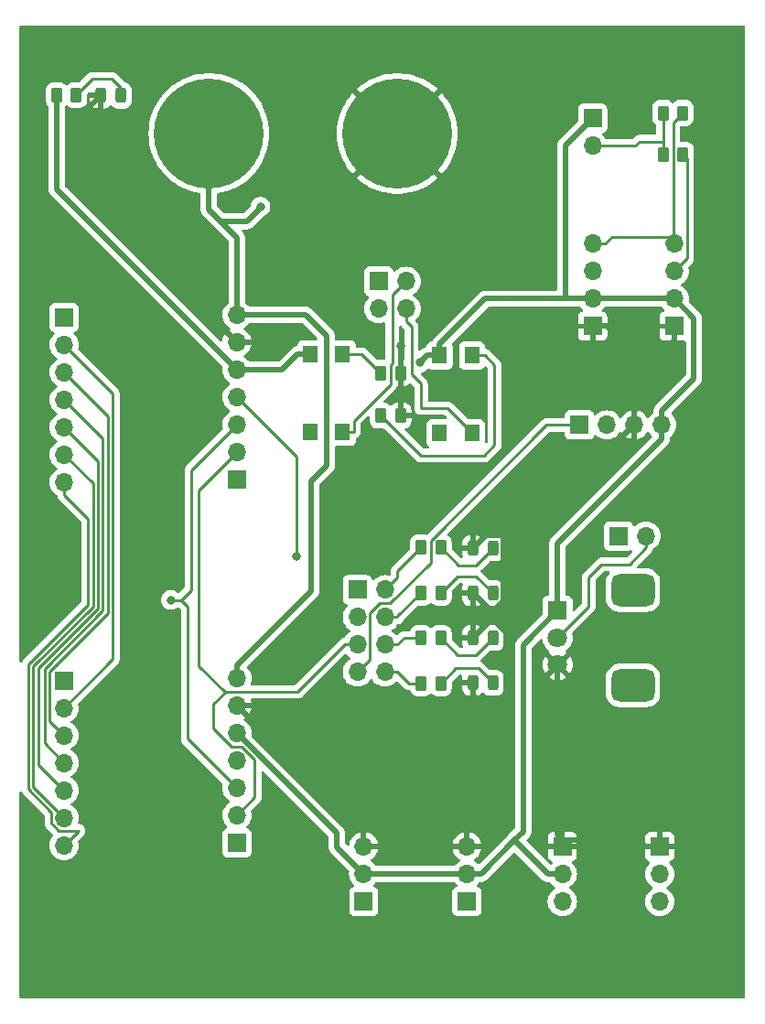
<source format=gbr>
%TF.GenerationSoftware,KiCad,Pcbnew,8.0.4-8.0.4-0~ubuntu22.04.1*%
%TF.CreationDate,2024-07-18T16:31:12+02:00*%
%TF.ProjectId,DevBoardESP32XIAO,44657642-6f61-4726-9445-535033325849,1.3*%
%TF.SameCoordinates,Original*%
%TF.FileFunction,Copper,L1,Top*%
%TF.FilePolarity,Positive*%
%FSLAX46Y46*%
G04 Gerber Fmt 4.6, Leading zero omitted, Abs format (unit mm)*
G04 Created by KiCad (PCBNEW 8.0.4-8.0.4-0~ubuntu22.04.1) date 2024-07-18 16:31:12*
%MOMM*%
%LPD*%
G01*
G04 APERTURE LIST*
G04 Aperture macros list*
%AMRoundRect*
0 Rectangle with rounded corners*
0 $1 Rounding radius*
0 $2 $3 $4 $5 $6 $7 $8 $9 X,Y pos of 4 corners*
0 Add a 4 corners polygon primitive as box body*
4,1,4,$2,$3,$4,$5,$6,$7,$8,$9,$2,$3,0*
0 Add four circle primitives for the rounded corners*
1,1,$1+$1,$2,$3*
1,1,$1+$1,$4,$5*
1,1,$1+$1,$6,$7*
1,1,$1+$1,$8,$9*
0 Add four rect primitives between the rounded corners*
20,1,$1+$1,$2,$3,$4,$5,0*
20,1,$1+$1,$4,$5,$6,$7,0*
20,1,$1+$1,$6,$7,$8,$9,0*
20,1,$1+$1,$8,$9,$2,$3,0*%
G04 Aperture macros list end*
%TA.AperFunction,ComponentPad*%
%ADD10R,1.700000X1.700000*%
%TD*%
%TA.AperFunction,ComponentPad*%
%ADD11O,1.700000X1.700000*%
%TD*%
%TA.AperFunction,SMDPad,CuDef*%
%ADD12RoundRect,0.250000X-0.262500X-0.450000X0.262500X-0.450000X0.262500X0.450000X-0.262500X0.450000X0*%
%TD*%
%TA.AperFunction,SMDPad,CuDef*%
%ADD13RoundRect,0.243750X-0.243750X-0.456250X0.243750X-0.456250X0.243750X0.456250X-0.243750X0.456250X0*%
%TD*%
%TA.AperFunction,SMDPad,CuDef*%
%ADD14R,1.400000X1.600000*%
%TD*%
%TA.AperFunction,ComponentPad*%
%ADD15R,1.800000X1.800000*%
%TD*%
%TA.AperFunction,ComponentPad*%
%ADD16C,1.800000*%
%TD*%
%TA.AperFunction,ComponentPad*%
%ADD17RoundRect,0.750000X-1.250000X-0.750000X1.250000X-0.750000X1.250000X0.750000X-1.250000X0.750000X0*%
%TD*%
%TA.AperFunction,ComponentPad*%
%ADD18C,10.160000*%
%TD*%
%TA.AperFunction,ViaPad*%
%ADD19C,0.800000*%
%TD*%
%TA.AperFunction,Conductor*%
%ADD20C,0.500000*%
%TD*%
%TA.AperFunction,Conductor*%
%ADD21C,0.250000*%
%TD*%
G04 APERTURE END LIST*
D10*
%TO.P,J12,1,Pin_1*%
%TO.N,D7*%
X87121000Y-57311000D03*
D11*
%TO.P,J12,2,Pin_2*%
%TO.N,D6*%
X89661000Y-57311000D03*
%TO.P,J12,3,Pin_3*%
%TO.N,GND*%
X92201000Y-57311000D03*
%TO.P,J12,4,Pin_4*%
%TO.N,+3.3V*%
X94741000Y-57311000D03*
%TD*%
D10*
%TO.P,J14,1,Pin_1*%
%TO.N,D10*%
X66571000Y-72566000D03*
D11*
%TO.P,J14,2,Pin_2*%
%TO.N,Net-(J14-Pin_2)*%
X69111000Y-72566000D03*
%TO.P,J14,3,Pin_3*%
%TO.N,D9*%
X66571000Y-75106000D03*
%TO.P,J14,4,Pin_4*%
%TO.N,Net-(J14-Pin_4)*%
X69111000Y-75106000D03*
%TO.P,J14,5,Pin_5*%
%TO.N,D8*%
X66571000Y-77646000D03*
%TO.P,J14,6,Pin_6*%
%TO.N,Net-(J14-Pin_6)*%
X69111000Y-77646000D03*
%TO.P,J14,7,Pin_7*%
%TO.N,D7*%
X66571000Y-80186000D03*
%TO.P,J14,8,Pin_8*%
%TO.N,Net-(J14-Pin_8)*%
X69111000Y-80186000D03*
%TD*%
D10*
%TO.P,J9,1,Pin_1*%
%TO.N,+3.3V*%
X88336000Y-28946000D03*
D11*
%TO.P,J9,2,Pin_2*%
%TO.N,Net-(J9-Pin_2)*%
X88336000Y-31486000D03*
%TD*%
D10*
%TO.P,J2,1,Pin_1*%
%TO.N,D0*%
X39418000Y-80973000D03*
D11*
%TO.P,J2,2,Pin_2*%
%TO.N,D1*%
X39418000Y-83513000D03*
%TO.P,J2,3,Pin_3*%
%TO.N,Button1*%
X39418000Y-86053000D03*
%TO.P,J2,4,Pin_4*%
%TO.N,Button2*%
X39418000Y-88593000D03*
%TO.P,J2,5,Pin_5*%
%TO.N,D4*%
X39418000Y-91133000D03*
%TO.P,J2,6,Pin_6*%
%TO.N,D5*%
X39418000Y-93673000D03*
%TO.P,J2,7,Pin_7*%
%TO.N,D6*%
X39418000Y-96213000D03*
%TD*%
D10*
%TO.P,J3,1,Pin_1*%
%TO.N,D7*%
X55436000Y-62366000D03*
D11*
%TO.P,J3,2,Pin_2*%
%TO.N,D8*%
X55436000Y-59826000D03*
%TO.P,J3,3,Pin_3*%
%TO.N,D9*%
X55436000Y-57286000D03*
%TO.P,J3,4,Pin_4*%
%TO.N,D10*%
X55436000Y-54746000D03*
%TO.P,J3,5,Pin_5*%
%TO.N,+3.3V*%
X55436000Y-52206000D03*
%TO.P,J3,6,Pin_6*%
%TO.N,GND*%
X55436000Y-49666000D03*
%TO.P,J3,7,Pin_7*%
%TO.N,+5V*%
X55436000Y-47126000D03*
%TD*%
D10*
%TO.P,J4,1,Pin_1*%
%TO.N,D7*%
X55418000Y-95973000D03*
D11*
%TO.P,J4,2,Pin_2*%
%TO.N,D8*%
X55418000Y-93433000D03*
%TO.P,J4,3,Pin_3*%
%TO.N,D9*%
X55418000Y-90893000D03*
%TO.P,J4,4,Pin_4*%
%TO.N,D10*%
X55418000Y-88353000D03*
%TO.P,J4,5,Pin_5*%
%TO.N,+3.3V*%
X55418000Y-85813000D03*
%TO.P,J4,6,Pin_6*%
%TO.N,GND*%
X55418000Y-83273000D03*
%TO.P,J4,7,Pin_7*%
%TO.N,+5V*%
X55418000Y-80733000D03*
%TD*%
D12*
%TO.P,R9,1*%
%TO.N,+3.3V*%
X38741000Y-26801000D03*
%TO.P,R9,2*%
%TO.N,Net-(D5-A)*%
X40566000Y-26801000D03*
%TD*%
D10*
%TO.P,J6,1,Pin_1*%
%TO.N,GND*%
X88336000Y-48186000D03*
D11*
%TO.P,J6,2,Pin_2*%
%TO.N,+3.3V*%
X88336000Y-45646000D03*
%TO.P,J6,3,Pin_3*%
%TO.N,D5*%
X88336000Y-43106000D03*
%TO.P,J6,4,Pin_4*%
%TO.N,D4*%
X88336000Y-40566000D03*
%TD*%
D13*
%TO.P,D3,1,K*%
%TO.N,GND*%
X77248500Y-77036000D03*
%TO.P,D3,2,A*%
%TO.N,Net-(D3-A)*%
X79123500Y-77036000D03*
%TD*%
D12*
%TO.P,R5,1*%
%TO.N,Net-(J14-Pin_2)*%
X72461000Y-68661000D03*
%TO.P,R5,2*%
%TO.N,Net-(D1-A)*%
X74286000Y-68661000D03*
%TD*%
D13*
%TO.P,D5,1,K*%
%TO.N,GND*%
X42826000Y-26846000D03*
%TO.P,D5,2,A*%
%TO.N,Net-(D5-A)*%
X44701000Y-26846000D03*
%TD*%
D12*
%TO.P,R8,1*%
%TO.N,Net-(J14-Pin_8)*%
X72461000Y-81211000D03*
%TO.P,R8,2*%
%TO.N,Net-(D4-A)*%
X74286000Y-81211000D03*
%TD*%
D10*
%TO.P,J11,1,Pin_1*%
%TO.N,Button1*%
X76711000Y-101386000D03*
D11*
%TO.P,J11,2,Pin_2*%
%TO.N,+3.3V*%
X76711000Y-98846000D03*
%TO.P,J11,3,Pin_3*%
%TO.N,GND*%
X76711000Y-96306000D03*
%TD*%
D10*
%TO.P,J17,1,Pin_1*%
%TO.N,D0*%
X90736000Y-67586000D03*
D11*
%TO.P,J17,2,Pin_2*%
%TO.N,Net-(J17-Pin_2)*%
X93276000Y-67586000D03*
%TD*%
D14*
%TO.P,S2,1*%
%TO.N,+3.3V*%
X74186000Y-50873500D03*
%TO.P,S2,2*%
%TO.N,unconnected-(S2-Pad2)*%
X74186000Y-58073500D03*
%TO.P,S2,3*%
%TO.N,Net-(R3-Pad1)*%
X77186000Y-50873500D03*
%TO.P,S2,4*%
%TO.N,Net-(J13-Pin_4)*%
X77186000Y-58073500D03*
%TD*%
D10*
%TO.P,J1,1,Pin_1*%
%TO.N,D0*%
X39436000Y-47366000D03*
D11*
%TO.P,J1,2,Pin_2*%
%TO.N,D1*%
X39436000Y-49906000D03*
%TO.P,J1,3,Pin_3*%
%TO.N,Button1*%
X39436000Y-52446000D03*
%TO.P,J1,4,Pin_4*%
%TO.N,Button2*%
X39436000Y-54986000D03*
%TO.P,J1,5,Pin_5*%
%TO.N,D4*%
X39436000Y-57526000D03*
%TO.P,J1,6,Pin_6*%
%TO.N,D5*%
X39436000Y-60066000D03*
%TO.P,J1,7,Pin_7*%
%TO.N,D6*%
X39436000Y-62606000D03*
%TD*%
D15*
%TO.P,RV1,1,1*%
%TO.N,+3.3V*%
X85086000Y-74511000D03*
D16*
%TO.P,RV1,2,2*%
%TO.N,Net-(J17-Pin_2)*%
X85086000Y-77011000D03*
%TO.P,RV1,3,3*%
%TO.N,GND*%
X85086000Y-79511000D03*
D17*
%TO.P,RV1,MP*%
%TO.N,N/C*%
X92086000Y-72611000D03*
X92086000Y-81411000D03*
%TD*%
D12*
%TO.P,R3,1*%
%TO.N,Net-(R3-Pad1)*%
X68736000Y-56461000D03*
%TO.P,R3,2*%
%TO.N,GND*%
X70561000Y-56461000D03*
%TD*%
%TO.P,R4,1*%
%TO.N,Net-(R4-Pad1)*%
X68736000Y-52511000D03*
%TO.P,R4,2*%
%TO.N,GND*%
X70561000Y-52511000D03*
%TD*%
D18*
%TO.P,J16,1,Pin_1*%
%TO.N,GND*%
X70261000Y-30361000D03*
%TD*%
D13*
%TO.P,D1,1,K*%
%TO.N,GND*%
X77248500Y-68736000D03*
%TO.P,D1,2,A*%
%TO.N,Net-(D1-A)*%
X79123500Y-68736000D03*
%TD*%
D14*
%TO.P,S1,1*%
%TO.N,+3.3V*%
X62211000Y-50761000D03*
%TO.P,S1,2*%
%TO.N,unconnected-(S1-Pad2)*%
X62211000Y-57961000D03*
%TO.P,S1,3*%
%TO.N,Net-(R4-Pad1)*%
X65211000Y-50761000D03*
%TO.P,S1,4*%
%TO.N,Net-(J13-Pin_2)*%
X65211000Y-57961000D03*
%TD*%
D10*
%TO.P,J8,1,Pin_1*%
%TO.N,D1*%
X67161000Y-101386000D03*
D11*
%TO.P,J8,2,Pin_2*%
%TO.N,+3.3V*%
X67161000Y-98846000D03*
%TO.P,J8,3,Pin_3*%
%TO.N,GND*%
X67161000Y-96306000D03*
%TD*%
D13*
%TO.P,D2,1,K*%
%TO.N,GND*%
X77248500Y-72886000D03*
%TO.P,D2,2,A*%
%TO.N,Net-(D2-A)*%
X79123500Y-72886000D03*
%TD*%
D18*
%TO.P,J15,1,Pin_1*%
%TO.N,+5V*%
X52836000Y-30361000D03*
%TD*%
D12*
%TO.P,R2,1*%
%TO.N,Net-(J9-Pin_2)*%
X94886000Y-32311000D03*
%TO.P,R2,2*%
%TO.N,D5*%
X96711000Y-32311000D03*
%TD*%
D10*
%TO.P,J10,1,Pin_1*%
%TO.N,GND*%
X94536000Y-96336000D03*
D11*
%TO.P,J10,2,Pin_2*%
%TO.N,+3.3V*%
X94536000Y-98876000D03*
%TO.P,J10,3,Pin_3*%
%TO.N,D9*%
X94536000Y-101416000D03*
%TD*%
D13*
%TO.P,D4,1,K*%
%TO.N,GND*%
X77248500Y-81186000D03*
%TO.P,D4,2,A*%
%TO.N,Net-(D4-A)*%
X79123500Y-81186000D03*
%TD*%
D12*
%TO.P,R7,1*%
%TO.N,Net-(J14-Pin_6)*%
X72461000Y-77027700D03*
%TO.P,R7,2*%
%TO.N,Net-(D3-A)*%
X74286000Y-77027700D03*
%TD*%
%TO.P,R1,1*%
%TO.N,Net-(J9-Pin_2)*%
X94861000Y-28461000D03*
%TO.P,R1,2*%
%TO.N,D4*%
X96686000Y-28461000D03*
%TD*%
D10*
%TO.P,J5,1,Pin_1*%
%TO.N,GND*%
X95886000Y-48186000D03*
D11*
%TO.P,J5,2,Pin_2*%
%TO.N,+3.3V*%
X95886000Y-45646000D03*
%TO.P,J5,3,Pin_3*%
%TO.N,D5*%
X95886000Y-43106000D03*
%TO.P,J5,4,Pin_4*%
%TO.N,D4*%
X95886000Y-40566000D03*
%TD*%
D12*
%TO.P,R6,1*%
%TO.N,Net-(J14-Pin_4)*%
X72461000Y-72844300D03*
%TO.P,R6,2*%
%TO.N,Net-(D2-A)*%
X74286000Y-72844300D03*
%TD*%
D10*
%TO.P,J7,1,Pin_1*%
%TO.N,GND*%
X85536000Y-96336000D03*
D11*
%TO.P,J7,2,Pin_2*%
%TO.N,+3.3V*%
X85536000Y-98876000D03*
%TO.P,J7,3,Pin_3*%
%TO.N,D10*%
X85536000Y-101416000D03*
%TD*%
D10*
%TO.P,J13,1,Pin_1*%
%TO.N,Button1*%
X68546000Y-44021000D03*
D11*
%TO.P,J13,2,Pin_2*%
%TO.N,Net-(J13-Pin_2)*%
X71086000Y-44021000D03*
%TO.P,J13,3,Pin_3*%
%TO.N,Button2*%
X68546000Y-46561000D03*
%TO.P,J13,4,Pin_4*%
%TO.N,Net-(J13-Pin_4)*%
X71086000Y-46561000D03*
%TD*%
D19*
%TO.N,+5V*%
X57618000Y-37113000D03*
%TO.N,GND*%
X76443000Y-36288000D03*
%TO.N,+3.3V*%
X72343900Y-51563900D03*
%TO.N,GND*%
X70561000Y-50046000D03*
%TO.N,D9*%
X49318000Y-73513000D03*
%TO.N,D10*%
X60967800Y-69478000D03*
%TD*%
D20*
%TO.N,GND*%
X55436000Y-49666000D02*
X41618000Y-35848000D01*
X41618000Y-35848000D02*
X41618000Y-28054000D01*
X41618000Y-28054000D02*
X42826000Y-26846000D01*
%TO.N,+3.3V*%
X85793000Y-31489000D02*
X88336000Y-28946000D01*
D21*
%TO.N,Net-(J17-Pin_2)*%
X89168000Y-70213000D02*
X87980500Y-71400500D01*
X85086000Y-77011000D02*
X87980500Y-74116500D01*
X87980500Y-74116500D02*
X87980500Y-71400500D01*
%TO.N,D6*%
X39418000Y-96213000D02*
X40783000Y-94848000D01*
X38931299Y-94848000D02*
X38243000Y-94159701D01*
X39436000Y-63782700D02*
X39436000Y-62606000D01*
X40783000Y-94848000D02*
X38931299Y-94848000D01*
X38243000Y-94159701D02*
X38243000Y-93186299D01*
X38243000Y-93186299D02*
X38268951Y-93160347D01*
X38268951Y-93160347D02*
X36118000Y-91009396D01*
X36118000Y-91009396D02*
X36118000Y-79480208D01*
X36118000Y-79480208D02*
X41668000Y-73930208D01*
X41668000Y-73930208D02*
X41668000Y-66014700D01*
X41668000Y-66014700D02*
X39436000Y-63782700D01*
%TO.N,D5*%
X39418000Y-93673000D02*
X36568000Y-90823000D01*
X42118000Y-62748000D02*
X39436000Y-60066000D01*
X36568000Y-90823000D02*
X36568000Y-79666604D01*
X36568000Y-79666604D02*
X42118000Y-74116604D01*
X42118000Y-74116604D02*
X42118000Y-62748000D01*
%TO.N,D10*%
X55436000Y-54746000D02*
X60967800Y-60277800D01*
X60967800Y-60277800D02*
X60967800Y-69478000D01*
%TO.N,Net-(D5-A)*%
X44701000Y-26846000D02*
X44701000Y-26171000D01*
X44701000Y-26171000D02*
X43818000Y-25288000D01*
X43818000Y-25288000D02*
X42079000Y-25288000D01*
X42079000Y-25288000D02*
X40566000Y-26801000D01*
D20*
%TO.N,GND*%
X76443000Y-36288000D02*
X76188000Y-36288000D01*
X76188000Y-36288000D02*
X70261000Y-30361000D01*
%TO.N,+5V*%
X57693000Y-37113000D02*
X57568000Y-37238000D01*
X57618000Y-37113000D02*
X57693000Y-37113000D01*
X57618000Y-37188000D02*
X57618000Y-37113000D01*
X56330500Y-38475500D02*
X57618000Y-37188000D01*
X53880500Y-38475500D02*
X56330500Y-38475500D01*
X52836000Y-37431000D02*
X53880500Y-38475500D01*
X53880500Y-38475500D02*
X55436000Y-40031000D01*
D21*
%TO.N,D4*%
X95886000Y-40566000D02*
X95798500Y-40478500D01*
X95798500Y-40478500D02*
X95798500Y-29348500D01*
X95798500Y-29348500D02*
X96686000Y-28461000D01*
X95886000Y-40566000D02*
X95210100Y-39890100D01*
X95210100Y-39890100D02*
X90188600Y-39890100D01*
X90188600Y-39890100D02*
X89512700Y-40566000D01*
X89512700Y-40566000D02*
X88336000Y-40566000D01*
D20*
%TO.N,+3.3V*%
X94741000Y-57311000D02*
X94741000Y-56009300D01*
X94741000Y-56009300D02*
X97718000Y-53032300D01*
X97718000Y-53032300D02*
X97718000Y-47478000D01*
X97718000Y-47478000D02*
X95886000Y-45646000D01*
D21*
%TO.N,D8*%
X55436000Y-59826000D02*
X51918000Y-63344000D01*
X51918000Y-63344000D02*
X51918000Y-79613000D01*
X51918000Y-79613000D02*
X54308000Y-82003000D01*
X54308000Y-82003000D02*
X54943900Y-82003000D01*
X55418000Y-93433000D02*
X57068000Y-91783000D01*
X57068000Y-88308700D02*
X55842300Y-87083000D01*
X55842300Y-87083000D02*
X54942600Y-87083000D01*
X53243000Y-83138000D02*
X54378000Y-82003000D01*
X57068000Y-91783000D02*
X57068000Y-88308700D01*
X54942600Y-87083000D02*
X53243000Y-85383400D01*
X53243000Y-85383400D02*
X53243000Y-83138000D01*
X54378000Y-82003000D02*
X54943900Y-82003000D01*
%TO.N,D9*%
X55418000Y-90893000D02*
X50868000Y-86343000D01*
X50868000Y-86343000D02*
X50868000Y-74100700D01*
X50868000Y-74100700D02*
X50280300Y-73513000D01*
X49318000Y-73513000D02*
X50280300Y-73513000D01*
X50280300Y-73513000D02*
X51218000Y-72575300D01*
X55436000Y-57286000D02*
X51218000Y-61504000D01*
X51218000Y-61504000D02*
X51218000Y-72575300D01*
%TO.N,D4*%
X39418000Y-91133000D02*
X37093000Y-88808000D01*
X37093000Y-88808000D02*
X37093000Y-79778000D01*
X37093000Y-79778000D02*
X42568000Y-74303000D01*
X42568000Y-74303000D02*
X42568000Y-60658000D01*
X42568000Y-60658000D02*
X39436000Y-57526000D01*
%TO.N,Button2*%
X39418000Y-88593000D02*
X37618000Y-86793000D01*
X43018000Y-74493900D02*
X43018000Y-58568000D01*
X43018000Y-58568000D02*
X39436000Y-54986000D01*
X37618000Y-86793000D02*
X37618000Y-79893900D01*
X37618000Y-79893900D02*
X43018000Y-74493900D01*
%TO.N,Button1*%
X39418000Y-86053000D02*
X38068000Y-84703000D01*
X38068000Y-80153600D02*
X43493000Y-74728600D01*
X38068000Y-84703000D02*
X38068000Y-80153600D01*
X43493000Y-74728600D02*
X43493000Y-56503000D01*
X43493000Y-56503000D02*
X39436000Y-52446000D01*
%TO.N,D1*%
X39418000Y-83513000D02*
X43943000Y-78988000D01*
X43943000Y-78988000D02*
X43943000Y-54413000D01*
X43943000Y-54413000D02*
X39436000Y-49906000D01*
D20*
%TO.N,GND*%
X77248500Y-82366400D02*
X77920100Y-83038000D01*
X80543000Y-82413000D02*
X80543000Y-76748100D01*
X77920100Y-83038000D02*
X79918000Y-83038000D01*
X79918000Y-83038000D02*
X80543000Y-82413000D01*
X80543000Y-76748100D02*
X79039700Y-75244800D01*
%TO.N,+3.3V*%
X85086000Y-74511000D02*
X81918000Y-77679000D01*
X81918000Y-77679000D02*
X81918000Y-94940700D01*
X81918000Y-94940700D02*
X81108500Y-95750200D01*
X72343900Y-51563900D02*
X73034300Y-50873500D01*
X73034300Y-50873500D02*
X74186000Y-50873500D01*
D21*
%TO.N,Net-(D1-A)*%
X79123500Y-68736000D02*
X77546500Y-70313000D01*
X75938000Y-70313000D02*
X74286000Y-68661000D01*
X77546500Y-70313000D02*
X75938000Y-70313000D01*
%TO.N,Net-(D2-A)*%
X79123500Y-72886000D02*
X77550500Y-71313000D01*
X77550500Y-71313000D02*
X75817300Y-71313000D01*
X75817300Y-71313000D02*
X74286000Y-72844300D01*
%TO.N,Net-(D3-A)*%
X79123500Y-77036000D02*
X77546500Y-78613000D01*
X77546500Y-78613000D02*
X75871300Y-78613000D01*
X75871300Y-78613000D02*
X74286000Y-77027700D01*
%TO.N,Net-(D4-A)*%
X79123500Y-81186000D02*
X77750500Y-79813000D01*
X77750500Y-79813000D02*
X75684000Y-79813000D01*
X75684000Y-79813000D02*
X74286000Y-81211000D01*
%TO.N,D5*%
X95886000Y-43106000D02*
X97075900Y-41916100D01*
X97075900Y-41916100D02*
X97075900Y-32675900D01*
X97075900Y-32675900D02*
X96711000Y-32311000D01*
%TO.N,Net-(J9-Pin_2)*%
X94861000Y-31103500D02*
X92668000Y-31103500D01*
X88336000Y-31486000D02*
X92285500Y-31486000D01*
X92285500Y-31486000D02*
X92668000Y-31103500D01*
D20*
%TO.N,+3.3V*%
X85743000Y-45646000D02*
X86988100Y-45646000D01*
X78385000Y-45646000D02*
X85743000Y-45646000D01*
X85793000Y-31489000D02*
X85793000Y-45596000D01*
X85793000Y-45596000D02*
X85743000Y-45646000D01*
D21*
%TO.N,Net-(J13-Pin_2)*%
X71086000Y-44021000D02*
X69816000Y-45291000D01*
X69816000Y-45291000D02*
X69816000Y-51616300D01*
X66237700Y-57961000D02*
X65211000Y-57961000D01*
X69816000Y-51616300D02*
X69648500Y-51783800D01*
X69648500Y-51783800D02*
X69648500Y-53523500D01*
X69648500Y-53523500D02*
X66237700Y-56934300D01*
X66237700Y-56934300D02*
X66237700Y-57961000D01*
%TO.N,Net-(J13-Pin_4)*%
X74875500Y-55763000D02*
X72468000Y-55763000D01*
X77186000Y-58073500D02*
X74875500Y-55763000D01*
X71573800Y-48225500D02*
X71573800Y-52613000D01*
X72468000Y-55763000D02*
X72468000Y-53507200D01*
X72468000Y-53507200D02*
X71573800Y-52613000D01*
%TO.N,Net-(R3-Pad1)*%
X77186000Y-50873500D02*
X78353500Y-50873500D01*
X79268000Y-59188000D02*
X78318000Y-60138000D01*
X79268000Y-51788000D02*
X79268000Y-59188000D01*
X78353500Y-50873500D02*
X79268000Y-51788000D01*
X78318000Y-60138000D02*
X72413000Y-60138000D01*
X72413000Y-60138000D02*
X68736000Y-56461000D01*
D20*
%TO.N,+3.3V*%
X74186000Y-50873500D02*
X74186000Y-49845000D01*
X74186000Y-49845000D02*
X78385000Y-45646000D01*
D21*
%TO.N,Net-(J17-Pin_2)*%
X93276000Y-67586000D02*
X93276000Y-68663000D01*
X93276000Y-68663000D02*
X91726000Y-70213000D01*
X91726000Y-70213000D02*
X89168000Y-70213000D01*
%TO.N,Net-(J14-Pin_2)*%
X72461000Y-68661000D02*
X70288500Y-70833500D01*
X69111000Y-72566000D02*
X70288500Y-71388500D01*
X70288500Y-71388500D02*
X70288500Y-70833500D01*
%TO.N,D7*%
X66571000Y-80186000D02*
X67747700Y-79009300D01*
X67747700Y-79009300D02*
X67747700Y-74768500D01*
X67747700Y-74768500D02*
X68680200Y-73836000D01*
X69570900Y-73836000D02*
X73373500Y-70033400D01*
X68680200Y-73836000D02*
X69570900Y-73836000D01*
X84082400Y-57311000D02*
X87121000Y-57311000D01*
X73373500Y-70033400D02*
X73373500Y-68019900D01*
X73373500Y-68019900D02*
X84082400Y-57311000D01*
D20*
%TO.N,+5V*%
X55418000Y-80733000D02*
X55418000Y-79556300D01*
X55418000Y-79556300D02*
X62293000Y-72681300D01*
X62293000Y-72681300D02*
X62293000Y-62538000D01*
X62293000Y-62538000D02*
X63718000Y-61113000D01*
X63718000Y-61113000D02*
X63718000Y-49063000D01*
X63718000Y-49063000D02*
X61781000Y-47126000D01*
X61781000Y-47126000D02*
X55436000Y-47126000D01*
%TO.N,GND*%
X67161000Y-95004300D02*
X57706350Y-85549650D01*
X55418000Y-83273000D02*
X57694650Y-85549650D01*
X57694650Y-85549650D02*
X57706350Y-85549650D01*
%TO.N,+5V*%
X52836000Y-30361000D02*
X52836000Y-37431000D01*
X55436000Y-40031000D02*
X55436000Y-47126000D01*
%TO.N,+3.3V*%
X62211000Y-50761000D02*
X61059300Y-50761000D01*
X59614300Y-52206000D02*
X61059300Y-50761000D01*
X56737700Y-52206000D02*
X59614300Y-52206000D01*
X55436000Y-52206000D02*
X56737700Y-52206000D01*
X76711000Y-98846000D02*
X75409300Y-98846000D01*
X67161000Y-98846000D02*
X75409300Y-98846000D01*
X64689100Y-95084100D02*
X55418000Y-85813000D01*
X64689100Y-96374100D02*
X64689100Y-95084100D01*
X67161000Y-98846000D02*
X64689100Y-96374100D01*
X38741000Y-35511000D02*
X55436000Y-52206000D01*
X38741000Y-26801000D02*
X38741000Y-35511000D01*
X94741000Y-57311000D02*
X94741000Y-58612700D01*
X88336000Y-45646000D02*
X86988100Y-45646000D01*
X88336000Y-45646000D02*
X89637700Y-45646000D01*
X95886000Y-45646000D02*
X89637700Y-45646000D01*
X85086000Y-68267700D02*
X94741000Y-58612700D01*
X85086000Y-74511000D02*
X85086000Y-68267700D01*
X76711000Y-98846000D02*
X78012700Y-98846000D01*
X85536000Y-98876000D02*
X84234300Y-98876000D01*
X84234300Y-98876000D02*
X81108500Y-95750200D01*
X81108500Y-95750200D02*
X78012700Y-98846000D01*
%TO.N,GND*%
X95886000Y-48186000D02*
X95886000Y-49487700D01*
X70561000Y-56461000D02*
X70561000Y-52511000D01*
X67161000Y-96306000D02*
X67161000Y-95004300D01*
X85536000Y-96336000D02*
X85536000Y-95685100D01*
X92583400Y-95685100D02*
X93234300Y-96336000D01*
X85536000Y-95685100D02*
X92583400Y-95685100D01*
X94536000Y-96336000D02*
X93234300Y-96336000D01*
X88336000Y-48186000D02*
X89637700Y-48186000D01*
X70561000Y-52511000D02*
X70561000Y-50046000D01*
X81981200Y-67530800D02*
X80067500Y-67530800D01*
X92201000Y-57311000D02*
X81981200Y-67530800D01*
X78453700Y-67530800D02*
X77248500Y-68736000D01*
X80067500Y-67530800D02*
X78453700Y-67530800D01*
X79039800Y-74677200D02*
X77248500Y-72886000D01*
X92201000Y-57311000D02*
X92201000Y-56009300D01*
X92781900Y-55428400D02*
X92201000Y-56009300D01*
X92781900Y-51330200D02*
X92781900Y-55428400D01*
X94043500Y-51330200D02*
X92781900Y-51330200D01*
X95886000Y-49487700D02*
X94043500Y-51330200D01*
X92781900Y-51330200D02*
X89637700Y-48186000D01*
X67161000Y-96306000D02*
X76711000Y-96306000D01*
X76711000Y-96306000D02*
X76711000Y-95004300D01*
X85086000Y-95235100D02*
X85536000Y-95685100D01*
X85086000Y-79511000D02*
X85086000Y-95235100D01*
X80067500Y-73649500D02*
X80067500Y-67530800D01*
X79039800Y-74677200D02*
X80067500Y-73649500D01*
X77248500Y-77036000D02*
X79039700Y-75244800D01*
X79039700Y-74677300D02*
X79039800Y-74677200D01*
X79039700Y-75244800D02*
X79039700Y-74677300D01*
X77248500Y-94466800D02*
X77248500Y-82366400D01*
X76711000Y-95004300D02*
X77248500Y-94466800D01*
X77248500Y-82366400D02*
X77248500Y-81186000D01*
D21*
%TO.N,Net-(R4-Pad1)*%
X66986000Y-50761000D02*
X68736000Y-52511000D01*
X65211000Y-50761000D02*
X66986000Y-50761000D01*
%TO.N,Net-(J14-Pin_6)*%
X70906000Y-77027700D02*
X70287700Y-77646000D01*
X72461000Y-77027700D02*
X70906000Y-77027700D01*
X69111000Y-77646000D02*
X70287700Y-77646000D01*
%TO.N,Net-(J14-Pin_8)*%
X71312700Y-81211000D02*
X70287700Y-80186000D01*
X72461000Y-81211000D02*
X71312700Y-81211000D01*
X69111000Y-80186000D02*
X70287700Y-80186000D01*
%TO.N,Net-(J14-Pin_4)*%
X70287700Y-75017600D02*
X70287700Y-75106000D01*
X72461000Y-72844300D02*
X70287700Y-75017600D01*
X69111000Y-75106000D02*
X70287700Y-75106000D01*
%TO.N,Net-(J13-Pin_4)*%
X71086000Y-47737700D02*
X71573800Y-48225500D01*
X71086000Y-46561000D02*
X71086000Y-47737700D01*
%TO.N,Net-(J9-Pin_2)*%
X94861000Y-28461000D02*
X94861000Y-31103500D01*
X94886000Y-31128500D02*
X94861000Y-31103500D01*
X94886000Y-32311000D02*
X94886000Y-31128500D01*
%TO.N,+5V*%
X52836000Y-30361000D02*
X55436000Y-32961000D01*
%TO.N,D8*%
X66571000Y-77646000D02*
X65394300Y-77646000D01*
X61037300Y-82003000D02*
X65394300Y-77646000D01*
X54943900Y-82003000D02*
X61037300Y-82003000D01*
%TO.N,D9*%
X49380700Y-73450300D02*
X49318000Y-73513000D01*
%TD*%
%TA.AperFunction,Conductor*%
%TO.N,GND*%
G36*
X92451000Y-58641633D02*
G01*
X92664483Y-58584433D01*
X92664492Y-58584429D01*
X92878578Y-58484600D01*
X93072082Y-58349105D01*
X93239105Y-58182082D01*
X93369119Y-57996405D01*
X93423696Y-57952781D01*
X93493195Y-57945588D01*
X93555549Y-57977110D01*
X93572269Y-57996405D01*
X93702505Y-58182401D01*
X93702506Y-58182402D01*
X93818536Y-58298432D01*
X93852021Y-58359755D01*
X93847037Y-58429447D01*
X93818536Y-58473794D01*
X84503050Y-67789281D01*
X84503048Y-67789284D01*
X84485868Y-67814997D01*
X84485866Y-67815000D01*
X84420914Y-67912207D01*
X84364343Y-68048782D01*
X84364340Y-68048792D01*
X84335500Y-68193779D01*
X84335500Y-72986500D01*
X84315815Y-73053539D01*
X84263011Y-73099294D01*
X84211502Y-73110500D01*
X84138130Y-73110500D01*
X84138123Y-73110501D01*
X84078516Y-73116908D01*
X83943671Y-73167202D01*
X83943664Y-73167206D01*
X83828455Y-73253452D01*
X83828452Y-73253455D01*
X83742206Y-73368664D01*
X83742202Y-73368671D01*
X83691908Y-73503517D01*
X83685501Y-73563116D01*
X83685501Y-73563123D01*
X83685500Y-73563135D01*
X83685500Y-74798770D01*
X83665815Y-74865809D01*
X83649181Y-74886451D01*
X81335049Y-77200582D01*
X81335045Y-77200586D01*
X81307173Y-77242303D01*
X81307172Y-77242305D01*
X81252919Y-77323498D01*
X81252912Y-77323511D01*
X81196343Y-77460082D01*
X81196340Y-77460092D01*
X81167500Y-77605079D01*
X81167500Y-94578470D01*
X81147815Y-94645509D01*
X81131181Y-94666151D01*
X80525546Y-95271786D01*
X77873795Y-97923536D01*
X77812472Y-97957021D01*
X77742780Y-97952037D01*
X77698433Y-97923537D01*
X77657180Y-97882284D01*
X77582401Y-97807505D01*
X77396405Y-97677269D01*
X77352781Y-97622692D01*
X77345588Y-97553193D01*
X77377110Y-97490839D01*
X77396405Y-97474119D01*
X77582082Y-97344105D01*
X77749105Y-97177082D01*
X77884600Y-96983578D01*
X77984429Y-96769492D01*
X77984432Y-96769486D01*
X78041636Y-96556000D01*
X77144012Y-96556000D01*
X77176925Y-96498993D01*
X77211000Y-96371826D01*
X77211000Y-96240174D01*
X77176925Y-96113007D01*
X77144012Y-96056000D01*
X78041636Y-96056000D01*
X78041635Y-96055999D01*
X77984432Y-95842513D01*
X77984429Y-95842507D01*
X77884600Y-95628422D01*
X77884599Y-95628420D01*
X77749113Y-95434926D01*
X77749108Y-95434920D01*
X77582082Y-95267894D01*
X77388578Y-95132399D01*
X77174492Y-95032570D01*
X77174486Y-95032567D01*
X76961000Y-94975364D01*
X76961000Y-95872988D01*
X76903993Y-95840075D01*
X76776826Y-95806000D01*
X76645174Y-95806000D01*
X76518007Y-95840075D01*
X76461000Y-95872988D01*
X76461000Y-94975364D01*
X76460999Y-94975364D01*
X76247513Y-95032567D01*
X76247507Y-95032570D01*
X76033422Y-95132399D01*
X76033420Y-95132400D01*
X75839926Y-95267886D01*
X75839920Y-95267891D01*
X75672891Y-95434920D01*
X75672886Y-95434926D01*
X75537400Y-95628420D01*
X75537399Y-95628422D01*
X75437570Y-95842507D01*
X75437567Y-95842513D01*
X75380364Y-96055999D01*
X75380364Y-96056000D01*
X76277988Y-96056000D01*
X76245075Y-96113007D01*
X76211000Y-96240174D01*
X76211000Y-96371826D01*
X76245075Y-96498993D01*
X76277988Y-96556000D01*
X75380364Y-96556000D01*
X75437567Y-96769486D01*
X75437570Y-96769492D01*
X75537399Y-96983578D01*
X75672894Y-97177082D01*
X75839917Y-97344105D01*
X76025595Y-97474119D01*
X76069219Y-97528696D01*
X76076412Y-97598195D01*
X76044890Y-97660549D01*
X76025595Y-97677269D01*
X75839594Y-97807508D01*
X75672506Y-97974596D01*
X75624874Y-98042623D01*
X75570297Y-98086248D01*
X75523299Y-98095500D01*
X68348701Y-98095500D01*
X68281662Y-98075815D01*
X68247126Y-98042623D01*
X68199494Y-97974597D01*
X68032402Y-97807506D01*
X68032401Y-97807505D01*
X67846405Y-97677269D01*
X67802781Y-97622692D01*
X67795588Y-97553193D01*
X67827110Y-97490839D01*
X67846405Y-97474119D01*
X68032082Y-97344105D01*
X68199105Y-97177082D01*
X68334600Y-96983578D01*
X68434429Y-96769492D01*
X68434432Y-96769486D01*
X68491636Y-96556000D01*
X67594012Y-96556000D01*
X67626925Y-96498993D01*
X67661000Y-96371826D01*
X67661000Y-96240174D01*
X67626925Y-96113007D01*
X67594012Y-96056000D01*
X68491636Y-96056000D01*
X68491635Y-96055999D01*
X68434432Y-95842513D01*
X68434429Y-95842507D01*
X68334600Y-95628422D01*
X68334599Y-95628420D01*
X68199113Y-95434926D01*
X68199108Y-95434920D01*
X68032082Y-95267894D01*
X67838578Y-95132399D01*
X67624492Y-95032570D01*
X67624486Y-95032567D01*
X67411000Y-94975364D01*
X67411000Y-95872988D01*
X67353993Y-95840075D01*
X67226826Y-95806000D01*
X67095174Y-95806000D01*
X66968007Y-95840075D01*
X66911000Y-95872988D01*
X66911000Y-94975364D01*
X66910999Y-94975364D01*
X66697513Y-95032567D01*
X66697507Y-95032570D01*
X66483422Y-95132399D01*
X66483420Y-95132400D01*
X66289926Y-95267886D01*
X66289920Y-95267891D01*
X66122891Y-95434920D01*
X66122886Y-95434926D01*
X65987400Y-95628420D01*
X65987399Y-95628422D01*
X65887570Y-95842507D01*
X65887566Y-95842516D01*
X65826432Y-96070673D01*
X65826430Y-96070683D01*
X65819085Y-96154636D01*
X65793632Y-96219704D01*
X65737041Y-96260682D01*
X65667278Y-96264559D01*
X65607876Y-96231508D01*
X65475919Y-96099551D01*
X65442434Y-96038228D01*
X65439600Y-96011870D01*
X65439600Y-95010179D01*
X65410759Y-94865192D01*
X65410758Y-94865191D01*
X65410758Y-94865187D01*
X65378121Y-94786393D01*
X65354187Y-94728611D01*
X65354180Y-94728598D01*
X65272052Y-94605685D01*
X65223708Y-94557341D01*
X65167516Y-94501149D01*
X56790869Y-86124501D01*
X56757384Y-86063178D01*
X56755022Y-86026012D01*
X56773659Y-85813000D01*
X56773659Y-85812999D01*
X56766477Y-85730907D01*
X56753063Y-85577592D01*
X56706626Y-85404285D01*
X56691905Y-85349344D01*
X56691904Y-85349343D01*
X56691903Y-85349337D01*
X56592035Y-85135171D01*
X56584430Y-85124309D01*
X56456494Y-84941597D01*
X56289402Y-84774506D01*
X56289401Y-84774505D01*
X56103405Y-84644269D01*
X56059781Y-84589692D01*
X56052588Y-84520193D01*
X56084110Y-84457839D01*
X56103405Y-84441119D01*
X56289082Y-84311105D01*
X56456105Y-84144082D01*
X56591600Y-83950578D01*
X56691429Y-83736492D01*
X56691432Y-83736486D01*
X56748636Y-83523000D01*
X55851012Y-83523000D01*
X55883925Y-83465993D01*
X55918000Y-83338826D01*
X55918000Y-83207174D01*
X55883925Y-83080007D01*
X55851012Y-83023000D01*
X56748636Y-83023000D01*
X56748635Y-83022999D01*
X56691432Y-82809513D01*
X56691428Y-82809502D01*
X56689284Y-82804904D01*
X56678792Y-82735827D01*
X56707312Y-82672043D01*
X56765789Y-82633804D01*
X56801666Y-82628500D01*
X61098908Y-82628500D01*
X61098908Y-82628499D01*
X61197872Y-82608815D01*
X61197873Y-82608815D01*
X61219747Y-82604464D01*
X61219747Y-82604463D01*
X61219752Y-82604463D01*
X61219757Y-82604460D01*
X61219760Y-82604460D01*
X61253087Y-82590654D01*
X61253086Y-82590654D01*
X61253092Y-82590652D01*
X61333586Y-82557312D01*
X61400650Y-82512500D01*
X61436033Y-82488858D01*
X61523158Y-82401733D01*
X61523158Y-82401731D01*
X61533366Y-82391524D01*
X61533367Y-82391521D01*
X65382317Y-78542572D01*
X65443638Y-78509089D01*
X65513330Y-78514073D01*
X65557677Y-78542573D01*
X65699599Y-78684495D01*
X65699602Y-78684497D01*
X65699603Y-78684498D01*
X65885158Y-78814425D01*
X65928783Y-78869002D01*
X65935977Y-78938500D01*
X65904454Y-79000855D01*
X65885158Y-79017575D01*
X65699597Y-79147505D01*
X65532505Y-79314597D01*
X65396965Y-79508169D01*
X65396964Y-79508171D01*
X65297098Y-79722335D01*
X65297094Y-79722344D01*
X65235938Y-79950586D01*
X65235936Y-79950596D01*
X65215341Y-80185999D01*
X65215341Y-80186000D01*
X65235936Y-80421403D01*
X65235938Y-80421413D01*
X65297094Y-80649655D01*
X65297096Y-80649659D01*
X65297097Y-80649663D01*
X65335958Y-80733000D01*
X65396965Y-80863830D01*
X65396967Y-80863834D01*
X65470188Y-80968403D01*
X65532505Y-81057401D01*
X65699599Y-81224495D01*
X65715820Y-81235853D01*
X65893165Y-81360032D01*
X65893167Y-81360033D01*
X65893170Y-81360035D01*
X66107337Y-81459903D01*
X66335592Y-81521063D01*
X66523918Y-81537539D01*
X66570999Y-81541659D01*
X66571000Y-81541659D01*
X66571001Y-81541659D01*
X66610234Y-81538226D01*
X66806408Y-81521063D01*
X67034663Y-81459903D01*
X67248830Y-81360035D01*
X67442401Y-81224495D01*
X67609495Y-81057401D01*
X67739425Y-80871842D01*
X67794002Y-80828217D01*
X67863500Y-80821023D01*
X67925855Y-80852546D01*
X67942575Y-80871842D01*
X68072500Y-81057395D01*
X68072505Y-81057401D01*
X68239599Y-81224495D01*
X68255820Y-81235853D01*
X68433165Y-81360032D01*
X68433167Y-81360033D01*
X68433170Y-81360035D01*
X68647337Y-81459903D01*
X68875592Y-81521063D01*
X69063918Y-81537539D01*
X69110999Y-81541659D01*
X69111000Y-81541659D01*
X69111001Y-81541659D01*
X69150234Y-81538226D01*
X69346408Y-81521063D01*
X69574663Y-81459903D01*
X69788830Y-81360035D01*
X69982401Y-81224495D01*
X70124322Y-81082574D01*
X70185645Y-81049089D01*
X70255337Y-81054073D01*
X70299684Y-81082574D01*
X70823716Y-81606606D01*
X70823745Y-81606637D01*
X70913964Y-81696856D01*
X70913967Y-81696858D01*
X70968804Y-81733498D01*
X70968805Y-81733500D01*
X70987824Y-81746207D01*
X71016415Y-81765312D01*
X71069891Y-81787462D01*
X71069892Y-81787463D01*
X71102900Y-81801135D01*
X71130248Y-81812463D01*
X71190671Y-81824481D01*
X71251093Y-81836500D01*
X71251094Y-81836500D01*
X71376483Y-81836500D01*
X71443522Y-81856185D01*
X71489277Y-81908989D01*
X71494186Y-81921489D01*
X71513686Y-81980334D01*
X71605788Y-82129656D01*
X71729844Y-82253712D01*
X71879166Y-82345814D01*
X72045703Y-82400999D01*
X72148491Y-82411500D01*
X72773508Y-82411499D01*
X72773516Y-82411498D01*
X72773519Y-82411498D01*
X72829802Y-82405748D01*
X72876297Y-82400999D01*
X73042834Y-82345814D01*
X73192156Y-82253712D01*
X73285819Y-82160049D01*
X73347142Y-82126564D01*
X73416834Y-82131548D01*
X73461181Y-82160049D01*
X73554844Y-82253712D01*
X73704166Y-82345814D01*
X73870703Y-82400999D01*
X73973491Y-82411500D01*
X74598508Y-82411499D01*
X74598516Y-82411498D01*
X74598519Y-82411498D01*
X74654802Y-82405748D01*
X74701297Y-82400999D01*
X74867834Y-82345814D01*
X75017156Y-82253712D01*
X75141212Y-82129656D01*
X75233314Y-81980334D01*
X75288499Y-81813797D01*
X75299000Y-81711009D01*
X75299000Y-81691815D01*
X76261000Y-81691815D01*
X76271407Y-81793673D01*
X76326094Y-81958709D01*
X76326096Y-81958714D01*
X76417370Y-82106691D01*
X76540308Y-82229629D01*
X76688285Y-82320903D01*
X76688290Y-82320905D01*
X76853326Y-82375592D01*
X76955184Y-82385999D01*
X76955197Y-82386000D01*
X76998500Y-82386000D01*
X76998500Y-81436000D01*
X76261000Y-81436000D01*
X76261000Y-81691815D01*
X75299000Y-81691815D01*
X75298999Y-81133951D01*
X75318683Y-81066913D01*
X75335313Y-81046276D01*
X75906772Y-80474819D01*
X75968095Y-80441334D01*
X75994453Y-80438500D01*
X76148378Y-80438500D01*
X76215417Y-80458185D01*
X76261172Y-80510989D01*
X76271736Y-80575102D01*
X76261000Y-80680182D01*
X76261000Y-80936000D01*
X77374500Y-80936000D01*
X77441539Y-80955685D01*
X77487294Y-81008489D01*
X77498500Y-81060000D01*
X77498500Y-82386000D01*
X77541803Y-82386000D01*
X77541815Y-82385999D01*
X77643673Y-82375592D01*
X77808709Y-82320905D01*
X77808714Y-82320903D01*
X77956691Y-82229629D01*
X78079628Y-82106692D01*
X78080159Y-82105832D01*
X78080680Y-82105363D01*
X78084112Y-82101023D01*
X78084853Y-82101608D01*
X78132101Y-82059102D01*
X78201063Y-82047872D01*
X78265148Y-82075708D01*
X78287413Y-82101398D01*
X78287493Y-82101336D01*
X78288890Y-82103103D01*
X78291238Y-82105812D01*
X78291968Y-82106995D01*
X78291974Y-82107003D01*
X78414996Y-82230025D01*
X78415000Y-82230028D01*
X78563066Y-82321357D01*
X78563069Y-82321358D01*
X78563075Y-82321362D01*
X78728225Y-82376087D01*
X78830152Y-82386500D01*
X78830157Y-82386500D01*
X79416843Y-82386500D01*
X79416848Y-82386500D01*
X79518775Y-82376087D01*
X79683925Y-82321362D01*
X79832003Y-82230026D01*
X79955026Y-82107003D01*
X80046362Y-81958925D01*
X80101087Y-81793775D01*
X80111500Y-81691848D01*
X80111500Y-80680152D01*
X80101087Y-80578225D01*
X80046362Y-80413075D01*
X80046358Y-80413069D01*
X80046357Y-80413066D01*
X79955028Y-80265000D01*
X79955025Y-80264996D01*
X79832003Y-80141974D01*
X79831999Y-80141971D01*
X79683933Y-80050642D01*
X79683927Y-80050639D01*
X79683925Y-80050638D01*
X79655947Y-80041367D01*
X79518776Y-79995913D01*
X79416855Y-79985500D01*
X79416848Y-79985500D01*
X78858952Y-79985500D01*
X78791913Y-79965815D01*
X78771271Y-79949181D01*
X78240698Y-79418608D01*
X78240678Y-79418586D01*
X78149236Y-79327144D01*
X78149232Y-79327141D01*
X78085095Y-79284286D01*
X78046787Y-79258689D01*
X78046786Y-79258688D01*
X78046783Y-79258686D01*
X78046780Y-79258685D01*
X78033410Y-79253147D01*
X77979007Y-79209305D01*
X77956944Y-79143010D01*
X77974225Y-79075311D01*
X77993181Y-79050909D01*
X78032358Y-79011733D01*
X78032359Y-79011731D01*
X78039419Y-79004671D01*
X78039425Y-79004664D01*
X78771270Y-78272819D01*
X78832593Y-78239334D01*
X78858951Y-78236500D01*
X79416843Y-78236500D01*
X79416848Y-78236500D01*
X79518775Y-78226087D01*
X79683925Y-78171362D01*
X79832003Y-78080026D01*
X79955026Y-77957003D01*
X80046362Y-77808925D01*
X80101087Y-77643775D01*
X80111500Y-77541848D01*
X80111500Y-76530152D01*
X80101087Y-76428225D01*
X80046362Y-76263075D01*
X80046358Y-76263069D01*
X80046357Y-76263066D01*
X79955028Y-76115000D01*
X79955025Y-76114996D01*
X79832003Y-75991974D01*
X79831999Y-75991971D01*
X79683933Y-75900642D01*
X79683927Y-75900639D01*
X79683925Y-75900638D01*
X79660528Y-75892885D01*
X79518776Y-75845913D01*
X79416855Y-75835500D01*
X79416848Y-75835500D01*
X78830152Y-75835500D01*
X78830144Y-75835500D01*
X78728223Y-75845913D01*
X78563077Y-75900637D01*
X78563066Y-75900642D01*
X78415000Y-75991971D01*
X78414996Y-75991974D01*
X78291974Y-76114996D01*
X78291967Y-76115005D01*
X78291234Y-76116194D01*
X78290519Y-76116836D01*
X78287493Y-76120664D01*
X78286838Y-76120146D01*
X78239280Y-76162911D01*
X78170316Y-76174123D01*
X78106238Y-76146271D01*
X78084238Y-76120877D01*
X78084112Y-76120977D01*
X78081885Y-76118161D01*
X78080163Y-76116173D01*
X78079630Y-76115309D01*
X77956691Y-75992370D01*
X77808714Y-75901096D01*
X77808709Y-75901094D01*
X77643673Y-75846407D01*
X77541815Y-75836000D01*
X77498500Y-75836000D01*
X77498500Y-77162000D01*
X77478815Y-77229039D01*
X77426011Y-77274794D01*
X77374500Y-77286000D01*
X76261000Y-77286000D01*
X76261000Y-77541815D01*
X76271407Y-77643673D01*
X76326097Y-77808717D01*
X76327209Y-77811102D01*
X76327480Y-77812893D01*
X76328367Y-77815567D01*
X76327909Y-77815718D01*
X76337697Y-77880180D01*
X76309173Y-77943962D01*
X76250694Y-77982198D01*
X76214824Y-77987500D01*
X76181752Y-77987500D01*
X76114713Y-77967815D01*
X76094071Y-77951181D01*
X75335318Y-77192428D01*
X75301833Y-77131105D01*
X75298999Y-77104747D01*
X75298999Y-76530184D01*
X76261000Y-76530184D01*
X76261000Y-76786000D01*
X76998500Y-76786000D01*
X76998500Y-75836000D01*
X76955184Y-75836000D01*
X76853326Y-75846407D01*
X76688290Y-75901094D01*
X76688285Y-75901096D01*
X76540308Y-75992370D01*
X76417370Y-76115308D01*
X76326096Y-76263285D01*
X76326094Y-76263290D01*
X76271407Y-76428326D01*
X76261000Y-76530184D01*
X75298999Y-76530184D01*
X75298999Y-76527698D01*
X75298998Y-76527681D01*
X75288499Y-76424903D01*
X75288498Y-76424900D01*
X75252811Y-76317205D01*
X75233314Y-76258366D01*
X75141212Y-76109044D01*
X75017156Y-75984988D01*
X74881145Y-75901096D01*
X74867836Y-75892887D01*
X74867831Y-75892885D01*
X74866362Y-75892398D01*
X74701297Y-75837701D01*
X74701295Y-75837700D01*
X74598510Y-75827200D01*
X73973498Y-75827200D01*
X73973480Y-75827201D01*
X73870703Y-75837700D01*
X73870700Y-75837701D01*
X73704168Y-75892885D01*
X73704163Y-75892887D01*
X73554842Y-75984989D01*
X73461181Y-76078651D01*
X73399858Y-76112136D01*
X73330166Y-76107152D01*
X73285819Y-76078651D01*
X73192157Y-75984989D01*
X73192156Y-75984988D01*
X73056145Y-75901096D01*
X73042836Y-75892887D01*
X73042831Y-75892885D01*
X73041362Y-75892398D01*
X72876297Y-75837701D01*
X72876295Y-75837700D01*
X72773510Y-75827200D01*
X72148498Y-75827200D01*
X72148480Y-75827201D01*
X72045703Y-75837700D01*
X72045700Y-75837701D01*
X71879168Y-75892885D01*
X71879163Y-75892887D01*
X71729842Y-75984989D01*
X71605789Y-76109042D01*
X71513687Y-76258363D01*
X71513686Y-76258366D01*
X71494189Y-76317205D01*
X71454416Y-76374649D01*
X71389900Y-76401472D01*
X71376483Y-76402200D01*
X70844389Y-76402200D01*
X70790517Y-76412916D01*
X70783971Y-76414218D01*
X70740743Y-76422816D01*
X70723546Y-76426237D01*
X70609716Y-76473387D01*
X70609707Y-76473392D01*
X70507268Y-76541840D01*
X70485047Y-76564062D01*
X70420142Y-76628967D01*
X70420139Y-76628970D01*
X70299684Y-76749425D01*
X70299683Y-76749426D01*
X70238360Y-76782910D01*
X70168668Y-76777926D01*
X70124321Y-76749425D01*
X69982402Y-76607506D01*
X69982396Y-76607501D01*
X69796842Y-76477575D01*
X69753217Y-76422998D01*
X69746023Y-76353500D01*
X69777546Y-76291145D01*
X69796842Y-76274425D01*
X69900385Y-76201923D01*
X69982401Y-76144495D01*
X70149495Y-75977401D01*
X70285035Y-75783830D01*
X70288140Y-75779396D01*
X70290119Y-75780782D01*
X70333264Y-75739615D01*
X70365930Y-75728193D01*
X70470152Y-75707463D01*
X70583986Y-75660311D01*
X70686433Y-75591858D01*
X70773558Y-75504733D01*
X70842011Y-75402286D01*
X70871044Y-75332193D01*
X70897922Y-75291967D01*
X72108772Y-74081116D01*
X72170093Y-74047633D01*
X72196442Y-74044799D01*
X72773508Y-74044799D01*
X72773516Y-74044798D01*
X72773519Y-74044798D01*
X72829802Y-74039048D01*
X72876297Y-74034299D01*
X73042834Y-73979114D01*
X73192156Y-73887012D01*
X73285819Y-73793349D01*
X73347142Y-73759864D01*
X73416834Y-73764848D01*
X73461181Y-73793349D01*
X73554844Y-73887012D01*
X73704166Y-73979114D01*
X73870703Y-74034299D01*
X73973491Y-74044800D01*
X74598508Y-74044799D01*
X74598516Y-74044798D01*
X74598519Y-74044798D01*
X74654802Y-74039048D01*
X74701297Y-74034299D01*
X74867834Y-73979114D01*
X75017156Y-73887012D01*
X75141212Y-73762956D01*
X75233314Y-73613634D01*
X75288499Y-73447097D01*
X75294147Y-73391815D01*
X76261000Y-73391815D01*
X76271407Y-73493673D01*
X76326094Y-73658709D01*
X76326096Y-73658714D01*
X76417370Y-73806691D01*
X76540308Y-73929629D01*
X76688285Y-74020903D01*
X76688290Y-74020905D01*
X76853326Y-74075592D01*
X76955184Y-74085999D01*
X76955197Y-74086000D01*
X76998500Y-74086000D01*
X76998500Y-73136000D01*
X76261000Y-73136000D01*
X76261000Y-73391815D01*
X75294147Y-73391815D01*
X75299000Y-73344309D01*
X75298999Y-72767250D01*
X75318683Y-72700212D01*
X75335313Y-72679575D01*
X76040071Y-71974819D01*
X76101394Y-71941334D01*
X76127752Y-71938500D01*
X76212959Y-71938500D01*
X76279998Y-71958185D01*
X76325753Y-72010989D01*
X76335697Y-72080147D01*
X76327911Y-72106282D01*
X76328367Y-72106433D01*
X76271407Y-72278326D01*
X76261000Y-72380184D01*
X76261000Y-72636000D01*
X77374500Y-72636000D01*
X77441539Y-72655685D01*
X77487294Y-72708489D01*
X77498500Y-72760000D01*
X77498500Y-74086000D01*
X77541803Y-74086000D01*
X77541815Y-74085999D01*
X77643673Y-74075592D01*
X77808709Y-74020905D01*
X77808714Y-74020903D01*
X77956691Y-73929629D01*
X78079628Y-73806692D01*
X78080159Y-73805832D01*
X78080680Y-73805363D01*
X78084112Y-73801023D01*
X78084853Y-73801608D01*
X78132101Y-73759102D01*
X78201063Y-73747872D01*
X78265148Y-73775708D01*
X78287413Y-73801398D01*
X78287493Y-73801336D01*
X78288890Y-73803103D01*
X78291238Y-73805812D01*
X78291968Y-73806995D01*
X78291974Y-73807003D01*
X78414996Y-73930025D01*
X78415000Y-73930028D01*
X78563066Y-74021357D01*
X78563069Y-74021358D01*
X78563075Y-74021362D01*
X78728225Y-74076087D01*
X78830152Y-74086500D01*
X78830157Y-74086500D01*
X79416843Y-74086500D01*
X79416848Y-74086500D01*
X79518775Y-74076087D01*
X79683925Y-74021362D01*
X79832003Y-73930026D01*
X79955026Y-73807003D01*
X80046362Y-73658925D01*
X80101087Y-73493775D01*
X80111500Y-73391848D01*
X80111500Y-72380152D01*
X80101087Y-72278225D01*
X80046362Y-72113075D01*
X80046358Y-72113069D01*
X80046357Y-72113066D01*
X79955028Y-71965000D01*
X79955025Y-71964996D01*
X79832003Y-71841974D01*
X79831999Y-71841971D01*
X79683933Y-71750642D01*
X79683927Y-71750639D01*
X79683925Y-71750638D01*
X79683922Y-71750637D01*
X79518776Y-71695913D01*
X79416855Y-71685500D01*
X79416848Y-71685500D01*
X78858952Y-71685500D01*
X78791913Y-71665815D01*
X78771271Y-71649181D01*
X78040698Y-70918608D01*
X78040678Y-70918586D01*
X78020772Y-70898680D01*
X77987287Y-70837357D01*
X77992271Y-70767665D01*
X78020770Y-70723320D01*
X78032358Y-70711733D01*
X78032360Y-70711729D01*
X78771270Y-69972819D01*
X78832593Y-69939334D01*
X78858951Y-69936500D01*
X79416843Y-69936500D01*
X79416848Y-69936500D01*
X79518775Y-69926087D01*
X79683925Y-69871362D01*
X79832003Y-69780026D01*
X79955026Y-69657003D01*
X80046362Y-69508925D01*
X80101087Y-69343775D01*
X80111500Y-69241848D01*
X80111500Y-68230152D01*
X80101087Y-68128225D01*
X80046362Y-67963075D01*
X80046358Y-67963069D01*
X80046357Y-67963066D01*
X79955027Y-67814998D01*
X79832003Y-67691974D01*
X79831999Y-67691971D01*
X79683933Y-67600642D01*
X79683927Y-67600639D01*
X79683925Y-67600638D01*
X79574110Y-67564249D01*
X79518776Y-67545913D01*
X79416855Y-67535500D01*
X79416848Y-67535500D01*
X78830152Y-67535500D01*
X78830144Y-67535500D01*
X78728223Y-67545913D01*
X78563077Y-67600637D01*
X78563066Y-67600642D01*
X78415000Y-67691971D01*
X78414996Y-67691974D01*
X78291974Y-67814996D01*
X78291967Y-67815005D01*
X78291234Y-67816194D01*
X78290519Y-67816836D01*
X78287493Y-67820664D01*
X78286838Y-67820146D01*
X78239280Y-67862911D01*
X78170316Y-67874123D01*
X78106238Y-67846271D01*
X78084238Y-67820877D01*
X78084112Y-67820977D01*
X78081885Y-67818161D01*
X78080163Y-67816173D01*
X78079630Y-67815309D01*
X77956691Y-67692370D01*
X77808714Y-67601096D01*
X77808709Y-67601094D01*
X77643673Y-67546407D01*
X77541815Y-67536000D01*
X77498500Y-67536000D01*
X77498500Y-68862000D01*
X77478815Y-68929039D01*
X77426011Y-68974794D01*
X77374500Y-68986000D01*
X76261000Y-68986000D01*
X76261000Y-69241815D01*
X76271407Y-69343673D01*
X76314063Y-69472401D01*
X76316465Y-69542229D01*
X76280733Y-69602271D01*
X76218213Y-69633464D01*
X76148753Y-69625903D01*
X76108676Y-69599086D01*
X75335318Y-68825728D01*
X75301833Y-68764405D01*
X75298999Y-68738047D01*
X75298999Y-68230184D01*
X76261000Y-68230184D01*
X76261000Y-68486000D01*
X76998500Y-68486000D01*
X76998500Y-67536000D01*
X76955184Y-67536000D01*
X76853326Y-67546407D01*
X76688290Y-67601094D01*
X76688285Y-67601096D01*
X76540308Y-67692370D01*
X76417370Y-67815308D01*
X76326096Y-67963285D01*
X76326094Y-67963290D01*
X76271407Y-68128326D01*
X76261000Y-68230184D01*
X75298999Y-68230184D01*
X75298999Y-68160998D01*
X75298998Y-68160981D01*
X75288499Y-68058203D01*
X75288498Y-68058200D01*
X75256977Y-67963077D01*
X75233314Y-67891666D01*
X75141212Y-67742344D01*
X75017156Y-67618288D01*
X75017155Y-67618287D01*
X74929544Y-67564249D01*
X74882819Y-67512301D01*
X74871596Y-67443339D01*
X74899439Y-67379257D01*
X74906948Y-67371040D01*
X84305172Y-57972819D01*
X84366495Y-57939334D01*
X84392853Y-57936500D01*
X85646501Y-57936500D01*
X85713540Y-57956185D01*
X85759295Y-58008989D01*
X85770501Y-58060500D01*
X85770501Y-58208876D01*
X85776908Y-58268483D01*
X85827202Y-58403328D01*
X85827206Y-58403335D01*
X85913452Y-58518544D01*
X85913455Y-58518547D01*
X86028664Y-58604793D01*
X86028671Y-58604797D01*
X86163517Y-58655091D01*
X86163516Y-58655091D01*
X86170444Y-58655835D01*
X86223127Y-58661500D01*
X88018872Y-58661499D01*
X88078483Y-58655091D01*
X88213331Y-58604796D01*
X88328546Y-58518546D01*
X88414796Y-58403331D01*
X88463810Y-58271916D01*
X88505681Y-58215984D01*
X88571145Y-58191566D01*
X88639418Y-58206417D01*
X88667673Y-58227569D01*
X88789599Y-58349495D01*
X88886384Y-58417265D01*
X88983165Y-58485032D01*
X88983167Y-58485033D01*
X88983170Y-58485035D01*
X89197337Y-58584903D01*
X89425592Y-58646063D01*
X89602034Y-58661500D01*
X89660999Y-58666659D01*
X89661000Y-58666659D01*
X89661001Y-58666659D01*
X89719966Y-58661500D01*
X89896408Y-58646063D01*
X90124663Y-58584903D01*
X90338830Y-58485035D01*
X90532401Y-58349495D01*
X90699495Y-58182401D01*
X90829730Y-57996405D01*
X90884307Y-57952781D01*
X90953805Y-57945587D01*
X91016160Y-57977110D01*
X91032879Y-57996405D01*
X91162890Y-58182078D01*
X91329917Y-58349105D01*
X91523421Y-58484600D01*
X91737507Y-58584429D01*
X91737516Y-58584433D01*
X91951000Y-58641634D01*
X91951000Y-57744012D01*
X92008007Y-57776925D01*
X92135174Y-57811000D01*
X92266826Y-57811000D01*
X92393993Y-57776925D01*
X92451000Y-57744012D01*
X92451000Y-58641633D01*
G37*
%TD.AperFunction*%
%TA.AperFunction,Conductor*%
G36*
X87215338Y-46416185D02*
G01*
X87249873Y-46449376D01*
X87297505Y-46517401D01*
X87419818Y-46639714D01*
X87453303Y-46701037D01*
X87448319Y-46770729D01*
X87406447Y-46826662D01*
X87375471Y-46843577D01*
X87243912Y-46892646D01*
X87243906Y-46892649D01*
X87128812Y-46978809D01*
X87128809Y-46978812D01*
X87042649Y-47093906D01*
X87042645Y-47093913D01*
X86992403Y-47228620D01*
X86992401Y-47228627D01*
X86986000Y-47288155D01*
X86986000Y-47936000D01*
X87902988Y-47936000D01*
X87870075Y-47993007D01*
X87836000Y-48120174D01*
X87836000Y-48251826D01*
X87870075Y-48378993D01*
X87902988Y-48436000D01*
X86986000Y-48436000D01*
X86986000Y-49083844D01*
X86992401Y-49143372D01*
X86992403Y-49143379D01*
X87042645Y-49278086D01*
X87042649Y-49278093D01*
X87128809Y-49393187D01*
X87128812Y-49393190D01*
X87243906Y-49479350D01*
X87243913Y-49479354D01*
X87378620Y-49529596D01*
X87378627Y-49529598D01*
X87438155Y-49535999D01*
X87438172Y-49536000D01*
X88086000Y-49536000D01*
X88086000Y-48619012D01*
X88143007Y-48651925D01*
X88270174Y-48686000D01*
X88401826Y-48686000D01*
X88528993Y-48651925D01*
X88586000Y-48619012D01*
X88586000Y-49536000D01*
X89233828Y-49536000D01*
X89233844Y-49535999D01*
X89293372Y-49529598D01*
X89293379Y-49529596D01*
X89428086Y-49479354D01*
X89428093Y-49479350D01*
X89543187Y-49393190D01*
X89543190Y-49393187D01*
X89629350Y-49278093D01*
X89629354Y-49278086D01*
X89679596Y-49143379D01*
X89679598Y-49143372D01*
X89685999Y-49083844D01*
X89686000Y-49083827D01*
X89686000Y-48436000D01*
X88769012Y-48436000D01*
X88801925Y-48378993D01*
X88836000Y-48251826D01*
X88836000Y-48120174D01*
X88801925Y-47993007D01*
X88769012Y-47936000D01*
X89686000Y-47936000D01*
X89686000Y-47288172D01*
X89685999Y-47288155D01*
X89679598Y-47228627D01*
X89679596Y-47228620D01*
X89629354Y-47093913D01*
X89629350Y-47093906D01*
X89543190Y-46978812D01*
X89543187Y-46978809D01*
X89428093Y-46892649D01*
X89428088Y-46892646D01*
X89296528Y-46843577D01*
X89240595Y-46801705D01*
X89216178Y-46736241D01*
X89231030Y-46667968D01*
X89252175Y-46639720D01*
X89374495Y-46517401D01*
X89422127Y-46449376D01*
X89476704Y-46405751D01*
X89523701Y-46396500D01*
X89563782Y-46396500D01*
X94698299Y-46396500D01*
X94765338Y-46416185D01*
X94799873Y-46449376D01*
X94847505Y-46517401D01*
X94969818Y-46639714D01*
X95003303Y-46701037D01*
X94998319Y-46770729D01*
X94956447Y-46826662D01*
X94925471Y-46843577D01*
X94793912Y-46892646D01*
X94793906Y-46892649D01*
X94678812Y-46978809D01*
X94678809Y-46978812D01*
X94592649Y-47093906D01*
X94592645Y-47093913D01*
X94542403Y-47228620D01*
X94542401Y-47228627D01*
X94536000Y-47288155D01*
X94536000Y-47936000D01*
X95452988Y-47936000D01*
X95420075Y-47993007D01*
X95386000Y-48120174D01*
X95386000Y-48251826D01*
X95420075Y-48378993D01*
X95452988Y-48436000D01*
X94536000Y-48436000D01*
X94536000Y-49083844D01*
X94542401Y-49143372D01*
X94542403Y-49143379D01*
X94592645Y-49278086D01*
X94592649Y-49278093D01*
X94678809Y-49393187D01*
X94678812Y-49393190D01*
X94793906Y-49479350D01*
X94793913Y-49479354D01*
X94928620Y-49529596D01*
X94928627Y-49529598D01*
X94988155Y-49535999D01*
X94988172Y-49536000D01*
X95636000Y-49536000D01*
X95636000Y-48619012D01*
X95693007Y-48651925D01*
X95820174Y-48686000D01*
X95951826Y-48686000D01*
X96078993Y-48651925D01*
X96136000Y-48619012D01*
X96136000Y-49536000D01*
X96783828Y-49536000D01*
X96783842Y-49535999D01*
X96830243Y-49531010D01*
X96899003Y-49543414D01*
X96950141Y-49591024D01*
X96967500Y-49654299D01*
X96967500Y-52670070D01*
X96947815Y-52737109D01*
X96931181Y-52757751D01*
X94158047Y-55530884D01*
X94158045Y-55530886D01*
X94124866Y-55580546D01*
X94124864Y-55580549D01*
X94075919Y-55653799D01*
X94075912Y-55653811D01*
X94019343Y-55790382D01*
X94019340Y-55790392D01*
X93990500Y-55935379D01*
X93990500Y-56123298D01*
X93970815Y-56190337D01*
X93937625Y-56224872D01*
X93869595Y-56272507D01*
X93702508Y-56439594D01*
X93572269Y-56625595D01*
X93517692Y-56669219D01*
X93448193Y-56676412D01*
X93385839Y-56644890D01*
X93369119Y-56625594D01*
X93239113Y-56439926D01*
X93239108Y-56439920D01*
X93072082Y-56272894D01*
X92878578Y-56137399D01*
X92664492Y-56037570D01*
X92664486Y-56037567D01*
X92451000Y-55980364D01*
X92451000Y-56877988D01*
X92393993Y-56845075D01*
X92266826Y-56811000D01*
X92135174Y-56811000D01*
X92008007Y-56845075D01*
X91951000Y-56877988D01*
X91951000Y-55980364D01*
X91950999Y-55980364D01*
X91737513Y-56037567D01*
X91737507Y-56037570D01*
X91523422Y-56137399D01*
X91523420Y-56137400D01*
X91329926Y-56272886D01*
X91329920Y-56272891D01*
X91162891Y-56439920D01*
X91162890Y-56439922D01*
X91032880Y-56625595D01*
X90978303Y-56669219D01*
X90908804Y-56676412D01*
X90846450Y-56644890D01*
X90829730Y-56625594D01*
X90699494Y-56439597D01*
X90532402Y-56272506D01*
X90532395Y-56272501D01*
X90338834Y-56136967D01*
X90338830Y-56136965D01*
X90285217Y-56111965D01*
X90124663Y-56037097D01*
X90124659Y-56037096D01*
X90124655Y-56037094D01*
X89896413Y-55975938D01*
X89896403Y-55975936D01*
X89661001Y-55955341D01*
X89660999Y-55955341D01*
X89425596Y-55975936D01*
X89425586Y-55975938D01*
X89197344Y-56037094D01*
X89197335Y-56037098D01*
X88983171Y-56136964D01*
X88983169Y-56136965D01*
X88789600Y-56272503D01*
X88667673Y-56394430D01*
X88606350Y-56427914D01*
X88536658Y-56422930D01*
X88480725Y-56381058D01*
X88463810Y-56350081D01*
X88414797Y-56218671D01*
X88414793Y-56218664D01*
X88328547Y-56103455D01*
X88328544Y-56103452D01*
X88213335Y-56017206D01*
X88213328Y-56017202D01*
X88078482Y-55966908D01*
X88078483Y-55966908D01*
X88018883Y-55960501D01*
X88018881Y-55960500D01*
X88018873Y-55960500D01*
X88018864Y-55960500D01*
X86223129Y-55960500D01*
X86223123Y-55960501D01*
X86163516Y-55966908D01*
X86028671Y-56017202D01*
X86028664Y-56017206D01*
X85913455Y-56103452D01*
X85913452Y-56103455D01*
X85827206Y-56218664D01*
X85827202Y-56218671D01*
X85776908Y-56353517D01*
X85770501Y-56413116D01*
X85770500Y-56413135D01*
X85770500Y-56561500D01*
X85750815Y-56628539D01*
X85698011Y-56674294D01*
X85646500Y-56685500D01*
X84150141Y-56685500D01*
X84150121Y-56685499D01*
X84144007Y-56685499D01*
X84020794Y-56685499D01*
X83919997Y-56705548D01*
X83919992Y-56705548D01*
X83899949Y-56709536D01*
X83899947Y-56709536D01*
X83852797Y-56729067D01*
X83786119Y-56756685D01*
X83786117Y-56756686D01*
X83683666Y-56825141D01*
X83683663Y-56825144D01*
X73051691Y-67457117D01*
X72990368Y-67490602D01*
X72925007Y-67487142D01*
X72876297Y-67471001D01*
X72876295Y-67471000D01*
X72773510Y-67460500D01*
X72148498Y-67460500D01*
X72148480Y-67460501D01*
X72045703Y-67471000D01*
X72045700Y-67471001D01*
X71879168Y-67526185D01*
X71879163Y-67526187D01*
X71729842Y-67618289D01*
X71605789Y-67742342D01*
X71513687Y-67891663D01*
X71513686Y-67891666D01*
X71458501Y-68058203D01*
X71458501Y-68058204D01*
X71458500Y-68058204D01*
X71448000Y-68160983D01*
X71448000Y-68738047D01*
X71428315Y-68805086D01*
X71411681Y-68825728D01*
X69802644Y-70434764D01*
X69802638Y-70434772D01*
X69734190Y-70537208D01*
X69734188Y-70537213D01*
X69703833Y-70610498D01*
X69687039Y-70651041D01*
X69687037Y-70651047D01*
X69687037Y-70651048D01*
X69677528Y-70698857D01*
X69663912Y-70767311D01*
X69663458Y-70769590D01*
X69663000Y-70771892D01*
X69663000Y-71078045D01*
X69643315Y-71145084D01*
X69626681Y-71165727D01*
X69566645Y-71225762D01*
X69505321Y-71259246D01*
X69446872Y-71257855D01*
X69346408Y-71230937D01*
X69111001Y-71210341D01*
X69110999Y-71210341D01*
X68875596Y-71230936D01*
X68875586Y-71230938D01*
X68647344Y-71292094D01*
X68647335Y-71292098D01*
X68433171Y-71391964D01*
X68433169Y-71391965D01*
X68239600Y-71527503D01*
X68117673Y-71649430D01*
X68056350Y-71682914D01*
X67986658Y-71677930D01*
X67930725Y-71636058D01*
X67913810Y-71605081D01*
X67864797Y-71473671D01*
X67864793Y-71473664D01*
X67778547Y-71358455D01*
X67778544Y-71358452D01*
X67663335Y-71272206D01*
X67663328Y-71272202D01*
X67528482Y-71221908D01*
X67528483Y-71221908D01*
X67468883Y-71215501D01*
X67468881Y-71215500D01*
X67468873Y-71215500D01*
X67468864Y-71215500D01*
X65673129Y-71215500D01*
X65673123Y-71215501D01*
X65613516Y-71221908D01*
X65478671Y-71272202D01*
X65478664Y-71272206D01*
X65363455Y-71358452D01*
X65363452Y-71358455D01*
X65277206Y-71473664D01*
X65277202Y-71473671D01*
X65226908Y-71608517D01*
X65220501Y-71668116D01*
X65220500Y-71668135D01*
X65220500Y-73463870D01*
X65220501Y-73463876D01*
X65226908Y-73523483D01*
X65277202Y-73658328D01*
X65277206Y-73658335D01*
X65363452Y-73773544D01*
X65363455Y-73773547D01*
X65478664Y-73859793D01*
X65478671Y-73859797D01*
X65610081Y-73908810D01*
X65666015Y-73950681D01*
X65690432Y-74016145D01*
X65675580Y-74084418D01*
X65654430Y-74112673D01*
X65532503Y-74234600D01*
X65396965Y-74428169D01*
X65396964Y-74428171D01*
X65297098Y-74642335D01*
X65297094Y-74642344D01*
X65235938Y-74870586D01*
X65235936Y-74870596D01*
X65215341Y-75105999D01*
X65215341Y-75106000D01*
X65235936Y-75341403D01*
X65235938Y-75341413D01*
X65297094Y-75569655D01*
X65297096Y-75569659D01*
X65297097Y-75569663D01*
X65372563Y-75731500D01*
X65396965Y-75783830D01*
X65396967Y-75783834D01*
X65505281Y-75938521D01*
X65528631Y-75971869D01*
X65532501Y-75977395D01*
X65532506Y-75977402D01*
X65699597Y-76144493D01*
X65699603Y-76144498D01*
X65885158Y-76274425D01*
X65928783Y-76329002D01*
X65935977Y-76398500D01*
X65904454Y-76460855D01*
X65885158Y-76477575D01*
X65699597Y-76607505D01*
X65532505Y-76774597D01*
X65393860Y-76972605D01*
X65391904Y-76971235D01*
X65348601Y-77012454D01*
X65316067Y-77023806D01*
X65211855Y-77044535D01*
X65211847Y-77044537D01*
X65098016Y-77091687D01*
X64995565Y-77160142D01*
X64995562Y-77160145D01*
X60814529Y-81341181D01*
X60753206Y-81374666D01*
X60726848Y-81377500D01*
X56802218Y-81377500D01*
X56735179Y-81357815D01*
X56689424Y-81305011D01*
X56679480Y-81235853D01*
X56689837Y-81201094D01*
X56691900Y-81196669D01*
X56691903Y-81196663D01*
X56753063Y-80968408D01*
X56773659Y-80733000D01*
X56771003Y-80702648D01*
X56761725Y-80596601D01*
X56753063Y-80497592D01*
X56697561Y-80290452D01*
X56691905Y-80269344D01*
X56691904Y-80269343D01*
X56691903Y-80269337D01*
X56592035Y-80055171D01*
X56588861Y-80050637D01*
X56456494Y-79861597D01*
X56402962Y-79808065D01*
X56369477Y-79746742D01*
X56374461Y-79677050D01*
X56402960Y-79632705D01*
X62875951Y-73159716D01*
X62958084Y-73036795D01*
X63014658Y-72900213D01*
X63029395Y-72826127D01*
X63043500Y-72755220D01*
X63043500Y-62900229D01*
X63063185Y-62833190D01*
X63079819Y-62812548D01*
X64300948Y-61591419D01*
X64300951Y-61591416D01*
X64383084Y-61468495D01*
X64439658Y-61331913D01*
X64459050Y-61234425D01*
X64468500Y-61186920D01*
X64468500Y-59385499D01*
X64488185Y-59318460D01*
X64540989Y-59272705D01*
X64592500Y-59261499D01*
X65958871Y-59261499D01*
X65958872Y-59261499D01*
X66018483Y-59255091D01*
X66153331Y-59204796D01*
X66268546Y-59118546D01*
X66354796Y-59003331D01*
X66405091Y-58868483D01*
X66411500Y-58808873D01*
X66411499Y-58648900D01*
X66431183Y-58581862D01*
X66483987Y-58536107D01*
X66488047Y-58534340D01*
X66533979Y-58515314D01*
X66533979Y-58515313D01*
X66533986Y-58515311D01*
X66636433Y-58446858D01*
X66723558Y-58359733D01*
X66792011Y-58257286D01*
X66839163Y-58143452D01*
X66863200Y-58022606D01*
X66863200Y-57244751D01*
X66882885Y-57177712D01*
X66899515Y-57157074D01*
X67511321Y-56545267D01*
X67572642Y-56511784D01*
X67642333Y-56516768D01*
X67698267Y-56558639D01*
X67722684Y-56624104D01*
X67723000Y-56632950D01*
X67723000Y-56961000D01*
X67723001Y-56961019D01*
X67733500Y-57063796D01*
X67733501Y-57063799D01*
X67776444Y-57193390D01*
X67788686Y-57230334D01*
X67880788Y-57379656D01*
X68004844Y-57503712D01*
X68154166Y-57595814D01*
X68320703Y-57650999D01*
X68423491Y-57661500D01*
X69000547Y-57661499D01*
X69067586Y-57681183D01*
X69088228Y-57697818D01*
X71924016Y-60533606D01*
X71924045Y-60533637D01*
X72014263Y-60623855D01*
X72014267Y-60623858D01*
X72116707Y-60692307D01*
X72116711Y-60692309D01*
X72116714Y-60692311D01*
X72230548Y-60739463D01*
X72290971Y-60751481D01*
X72351393Y-60763500D01*
X78379607Y-60763500D01*
X78440029Y-60751481D01*
X78500452Y-60739463D01*
X78500455Y-60739461D01*
X78500458Y-60739461D01*
X78533787Y-60725654D01*
X78533786Y-60725654D01*
X78533792Y-60725652D01*
X78614286Y-60692312D01*
X78665509Y-60658084D01*
X78716733Y-60623858D01*
X78803858Y-60536733D01*
X78803859Y-60536731D01*
X78810925Y-60529665D01*
X78810928Y-60529661D01*
X79666729Y-59673860D01*
X79666733Y-59673858D01*
X79753858Y-59586733D01*
X79822311Y-59484286D01*
X79822312Y-59484285D01*
X79867990Y-59374006D01*
X79867995Y-59374000D01*
X79867993Y-59374000D01*
X79867993Y-59373999D01*
X79869463Y-59370452D01*
X79891134Y-59261500D01*
X79891135Y-59261500D01*
X79891135Y-59261494D01*
X79893500Y-59249607D01*
X79893500Y-59126393D01*
X79893500Y-51726394D01*
X79892667Y-51722209D01*
X79892668Y-51722192D01*
X79892664Y-51722193D01*
X79869463Y-51605549D01*
X79867723Y-51601349D01*
X79856642Y-51574597D01*
X79822314Y-51491720D01*
X79822307Y-51491707D01*
X79753858Y-51389267D01*
X79753855Y-51389263D01*
X79663637Y-51299045D01*
X79663606Y-51299016D01*
X78843698Y-50479108D01*
X78843678Y-50479086D01*
X78752233Y-50387641D01*
X78701009Y-50353415D01*
X78686287Y-50343578D01*
X78649786Y-50319188D01*
X78649783Y-50319186D01*
X78649782Y-50319186D01*
X78649781Y-50319185D01*
X78543453Y-50275144D01*
X78543452Y-50275143D01*
X78535953Y-50272037D01*
X78535945Y-50272035D01*
X78486307Y-50262161D01*
X78424396Y-50229776D01*
X78389822Y-50169060D01*
X78386499Y-50140544D01*
X78386499Y-50025629D01*
X78386498Y-50025623D01*
X78386497Y-50025616D01*
X78380091Y-49966017D01*
X78360364Y-49913127D01*
X78329797Y-49831171D01*
X78329793Y-49831164D01*
X78243547Y-49715955D01*
X78243544Y-49715952D01*
X78128335Y-49629706D01*
X78128328Y-49629702D01*
X77993482Y-49579408D01*
X77993483Y-49579408D01*
X77933883Y-49573001D01*
X77933881Y-49573000D01*
X77933873Y-49573000D01*
X77933864Y-49573000D01*
X76438129Y-49573000D01*
X76438123Y-49573001D01*
X76378516Y-49579408D01*
X76243671Y-49629702D01*
X76243664Y-49629706D01*
X76128455Y-49715952D01*
X76128452Y-49715955D01*
X76042206Y-49831164D01*
X76042202Y-49831171D01*
X75991908Y-49966017D01*
X75986204Y-50019081D01*
X75985501Y-50025623D01*
X75985500Y-50025635D01*
X75985500Y-51721370D01*
X75985501Y-51721376D01*
X75991908Y-51780983D01*
X76042202Y-51915828D01*
X76042206Y-51915835D01*
X76128452Y-52031044D01*
X76128455Y-52031047D01*
X76243664Y-52117293D01*
X76243671Y-52117297D01*
X76378517Y-52167591D01*
X76378516Y-52167591D01*
X76385444Y-52168335D01*
X76438127Y-52174000D01*
X77933872Y-52173999D01*
X77993483Y-52167591D01*
X78128331Y-52117296D01*
X78243546Y-52031046D01*
X78321716Y-51926623D01*
X78377650Y-51884753D01*
X78447342Y-51879769D01*
X78508664Y-51913254D01*
X78606181Y-52010771D01*
X78639666Y-52072094D01*
X78642500Y-52098452D01*
X78642500Y-58877548D01*
X78622815Y-58944587D01*
X78606180Y-58965229D01*
X78598175Y-58973235D01*
X78536850Y-59006716D01*
X78467158Y-59001727D01*
X78411227Y-58959852D01*
X78386814Y-58894386D01*
X78386499Y-58885575D01*
X78386499Y-57225628D01*
X78380091Y-57166017D01*
X78378918Y-57162873D01*
X78329797Y-57031171D01*
X78329793Y-57031164D01*
X78243547Y-56915955D01*
X78243544Y-56915952D01*
X78128335Y-56829706D01*
X78128328Y-56829702D01*
X77993482Y-56779408D01*
X77993483Y-56779408D01*
X77933883Y-56773001D01*
X77933881Y-56773000D01*
X77933873Y-56773000D01*
X77933865Y-56773000D01*
X76821453Y-56773000D01*
X76754414Y-56753315D01*
X76733772Y-56736681D01*
X75368428Y-55371338D01*
X75368425Y-55371334D01*
X75368425Y-55371335D01*
X75361358Y-55364268D01*
X75361358Y-55364267D01*
X75274233Y-55277142D01*
X75274232Y-55277141D01*
X75274231Y-55277140D01*
X75223009Y-55242915D01*
X75214495Y-55237226D01*
X75171786Y-55208688D01*
X75171783Y-55208686D01*
X75171780Y-55208685D01*
X75091292Y-55175347D01*
X75057954Y-55161538D01*
X75057955Y-55161538D01*
X75057952Y-55161537D01*
X75057948Y-55161536D01*
X75057944Y-55161535D01*
X74973469Y-55144732D01*
X74973468Y-55144732D01*
X74937111Y-55137500D01*
X74937107Y-55137500D01*
X74937106Y-55137500D01*
X73217500Y-55137500D01*
X73150461Y-55117815D01*
X73104706Y-55065011D01*
X73093500Y-55013500D01*
X73093500Y-53445594D01*
X73092123Y-53438671D01*
X73086032Y-53408051D01*
X73069463Y-53324749D01*
X73068571Y-53322597D01*
X73066418Y-53317398D01*
X73066417Y-53317396D01*
X73051066Y-53280336D01*
X73027375Y-53223139D01*
X73022312Y-53210915D01*
X72993176Y-53167311D01*
X72953858Y-53108467D01*
X72953856Y-53108464D01*
X72863637Y-53018245D01*
X72863606Y-53018216D01*
X72493848Y-52648458D01*
X72460363Y-52587135D01*
X72465347Y-52517443D01*
X72507219Y-52461510D01*
X72555742Y-52439489D01*
X72623703Y-52425044D01*
X72796630Y-52348051D01*
X72949771Y-52236788D01*
X73056590Y-52118153D01*
X73116074Y-52081506D01*
X73185931Y-52082836D01*
X73223049Y-52101860D01*
X73243668Y-52117295D01*
X73243671Y-52117297D01*
X73378517Y-52167591D01*
X73378516Y-52167591D01*
X73385444Y-52168335D01*
X73438127Y-52174000D01*
X74933872Y-52173999D01*
X74993483Y-52167591D01*
X75128331Y-52117296D01*
X75243546Y-52031046D01*
X75329796Y-51915831D01*
X75380091Y-51780983D01*
X75386500Y-51721373D01*
X75386499Y-50025628D01*
X75380091Y-49966017D01*
X75360364Y-49913127D01*
X75339009Y-49855870D01*
X75334025Y-49786178D01*
X75367508Y-49724858D01*
X78659549Y-46432819D01*
X78720872Y-46399334D01*
X78747230Y-46396500D01*
X85669082Y-46396500D01*
X85669083Y-46396500D01*
X85816917Y-46396500D01*
X86914182Y-46396500D01*
X87148299Y-46396500D01*
X87215338Y-46416185D01*
G37*
%TD.AperFunction*%
%TA.AperFunction,Conductor*%
G36*
X70646703Y-48183440D02*
G01*
X70653181Y-48189472D01*
X70694332Y-48230623D01*
X70694338Y-48230628D01*
X70911981Y-48448271D01*
X70945466Y-48509594D01*
X70948300Y-48535952D01*
X70948300Y-51187000D01*
X70928615Y-51254039D01*
X70875811Y-51299794D01*
X70824300Y-51311000D01*
X70811000Y-51311000D01*
X70811000Y-53710999D01*
X70873472Y-53710999D01*
X70873486Y-53710998D01*
X70976197Y-53700505D01*
X71142619Y-53645358D01*
X71142624Y-53645356D01*
X71291842Y-53553317D01*
X71373003Y-53472156D01*
X71434326Y-53438671D01*
X71504018Y-53443655D01*
X71548366Y-53472156D01*
X71806181Y-53729971D01*
X71839666Y-53791294D01*
X71842500Y-53817652D01*
X71842500Y-55824610D01*
X71866535Y-55945444D01*
X71866538Y-55945454D01*
X71913687Y-56059283D01*
X71913692Y-56059292D01*
X71982141Y-56161732D01*
X71982144Y-56161736D01*
X72069263Y-56248855D01*
X72069267Y-56248858D01*
X72171707Y-56317307D01*
X72171713Y-56317310D01*
X72171714Y-56317311D01*
X72285548Y-56364463D01*
X72406389Y-56388499D01*
X72406393Y-56388500D01*
X72406394Y-56388500D01*
X72529606Y-56388500D01*
X74565048Y-56388500D01*
X74632087Y-56408185D01*
X74652729Y-56424819D01*
X74789229Y-56561319D01*
X74822714Y-56622642D01*
X74817730Y-56692334D01*
X74775858Y-56748267D01*
X74710394Y-56772684D01*
X74701548Y-56773000D01*
X73438129Y-56773000D01*
X73438123Y-56773001D01*
X73378516Y-56779408D01*
X73243671Y-56829702D01*
X73243664Y-56829706D01*
X73128455Y-56915952D01*
X73128452Y-56915955D01*
X73042206Y-57031164D01*
X73042202Y-57031171D01*
X72991908Y-57166017D01*
X72985501Y-57225616D01*
X72985501Y-57225623D01*
X72985500Y-57225635D01*
X72985500Y-58921370D01*
X72985501Y-58921376D01*
X72991908Y-58980983D01*
X73042202Y-59115828D01*
X73042206Y-59115835D01*
X73128452Y-59231044D01*
X73128455Y-59231047D01*
X73206182Y-59289234D01*
X73248053Y-59345168D01*
X73253037Y-59414859D01*
X73219551Y-59476182D01*
X73158228Y-59509666D01*
X73131871Y-59512500D01*
X72723452Y-59512500D01*
X72656413Y-59492815D01*
X72635771Y-59476181D01*
X70993589Y-57833999D01*
X70960104Y-57772676D01*
X70965088Y-57702984D01*
X71006960Y-57647051D01*
X71042266Y-57628612D01*
X71142619Y-57595358D01*
X71142624Y-57595356D01*
X71291845Y-57503315D01*
X71415815Y-57379345D01*
X71507856Y-57230124D01*
X71507858Y-57230119D01*
X71563005Y-57063697D01*
X71563006Y-57063690D01*
X71573499Y-56960986D01*
X71573500Y-56960973D01*
X71573500Y-56711000D01*
X70435000Y-56711000D01*
X70367961Y-56691315D01*
X70322206Y-56638511D01*
X70311000Y-56587000D01*
X70311000Y-56211000D01*
X70811000Y-56211000D01*
X71573499Y-56211000D01*
X71573499Y-55961028D01*
X71573498Y-55961013D01*
X71563005Y-55858302D01*
X71507858Y-55691880D01*
X71507856Y-55691875D01*
X71415815Y-55542654D01*
X71291845Y-55418684D01*
X71142624Y-55326643D01*
X71142619Y-55326641D01*
X70976197Y-55271494D01*
X70976190Y-55271493D01*
X70873486Y-55261000D01*
X70811000Y-55261000D01*
X70811000Y-56211000D01*
X70311000Y-56211000D01*
X70311000Y-55261000D01*
X70310999Y-55260999D01*
X70248528Y-55261000D01*
X70248511Y-55261001D01*
X70145802Y-55271494D01*
X69979380Y-55326641D01*
X69979375Y-55326643D01*
X69830157Y-55418682D01*
X69736534Y-55512305D01*
X69675210Y-55545789D01*
X69605519Y-55540805D01*
X69561172Y-55512304D01*
X69467157Y-55418289D01*
X69467156Y-55418288D01*
X69317834Y-55326186D01*
X69151297Y-55271001D01*
X69151294Y-55271000D01*
X69079083Y-55263623D01*
X69014391Y-55237226D01*
X68974240Y-55180045D01*
X68971377Y-55110234D01*
X69004003Y-55052586D01*
X70134358Y-53922233D01*
X70202812Y-53819785D01*
X70216165Y-53787546D01*
X70260004Y-53733143D01*
X70303250Y-53718748D01*
X70311000Y-53710998D01*
X70311000Y-52038965D01*
X70330685Y-51971926D01*
X70331899Y-51970073D01*
X70363528Y-51922738D01*
X70363529Y-51922736D01*
X70370311Y-51912586D01*
X70370312Y-51912585D01*
X70398498Y-51844537D01*
X70417463Y-51798752D01*
X70441500Y-51677906D01*
X70441500Y-48277153D01*
X70461185Y-48210114D01*
X70513989Y-48164359D01*
X70583147Y-48154415D01*
X70646703Y-48183440D01*
G37*
%TD.AperFunction*%
%TA.AperFunction,Conductor*%
G36*
X61485809Y-47896185D02*
G01*
X61506451Y-47912819D01*
X62179731Y-48586099D01*
X62842452Y-49248819D01*
X62875937Y-49310142D01*
X62870953Y-49379834D01*
X62829081Y-49435767D01*
X62763617Y-49460184D01*
X62754771Y-49460500D01*
X61463129Y-49460500D01*
X61463123Y-49460501D01*
X61403516Y-49466908D01*
X61268671Y-49517202D01*
X61268664Y-49517206D01*
X61153455Y-49603452D01*
X61153452Y-49603455D01*
X61067206Y-49718664D01*
X61067202Y-49718671D01*
X61016908Y-49853517D01*
X61010145Y-49916428D01*
X61008565Y-49916258D01*
X60987378Y-49976240D01*
X60932183Y-50019081D01*
X60911022Y-50025290D01*
X60840392Y-50039339D01*
X60840383Y-50039342D01*
X60760381Y-50072479D01*
X60760382Y-50072480D01*
X60703806Y-50095915D01*
X60703803Y-50095917D01*
X60690113Y-50105064D01*
X60635721Y-50141408D01*
X60635720Y-50141409D01*
X60580886Y-50178046D01*
X60580881Y-50178050D01*
X59339751Y-51419181D01*
X59278428Y-51452666D01*
X59252070Y-51455500D01*
X56623701Y-51455500D01*
X56556662Y-51435815D01*
X56522126Y-51402623D01*
X56474494Y-51334597D01*
X56307402Y-51167506D01*
X56307401Y-51167505D01*
X56121405Y-51037269D01*
X56077781Y-50982692D01*
X56070588Y-50913193D01*
X56102110Y-50850839D01*
X56121405Y-50834119D01*
X56307082Y-50704105D01*
X56474105Y-50537082D01*
X56609600Y-50343578D01*
X56709429Y-50129492D01*
X56709432Y-50129486D01*
X56766636Y-49916000D01*
X55869012Y-49916000D01*
X55901925Y-49858993D01*
X55936000Y-49731826D01*
X55936000Y-49600174D01*
X55901925Y-49473007D01*
X55869012Y-49416000D01*
X56766636Y-49416000D01*
X56766635Y-49415999D01*
X56709432Y-49202513D01*
X56709429Y-49202507D01*
X56609600Y-48988422D01*
X56609599Y-48988420D01*
X56474113Y-48794926D01*
X56474108Y-48794920D01*
X56307078Y-48627890D01*
X56121405Y-48497879D01*
X56077780Y-48443302D01*
X56070588Y-48373804D01*
X56102110Y-48311449D01*
X56121406Y-48294730D01*
X56307401Y-48164495D01*
X56474495Y-47997401D01*
X56522127Y-47929376D01*
X56576704Y-47885751D01*
X56623701Y-47876500D01*
X61418770Y-47876500D01*
X61485809Y-47896185D01*
G37*
%TD.AperFunction*%
%TA.AperFunction,Conductor*%
G36*
X102406039Y-20382685D02*
G01*
X102451794Y-20435489D01*
X102463000Y-20487000D01*
X102463000Y-110239000D01*
X102443315Y-110306039D01*
X102390511Y-110351794D01*
X102339000Y-110363000D01*
X35442000Y-110363000D01*
X35374961Y-110343315D01*
X35329206Y-110290511D01*
X35318000Y-110239000D01*
X35318000Y-91335927D01*
X35337685Y-91268888D01*
X35390489Y-91223133D01*
X35459647Y-91213189D01*
X35523203Y-91242214D01*
X35556561Y-91288475D01*
X35563688Y-91305682D01*
X35580777Y-91331258D01*
X35597751Y-91356661D01*
X35597752Y-91356662D01*
X35605601Y-91368408D01*
X35632142Y-91408129D01*
X35632145Y-91408132D01*
X35632148Y-91408136D01*
X35723586Y-91499574D01*
X35723608Y-91499594D01*
X37581181Y-93357167D01*
X37614666Y-93418490D01*
X37617500Y-93444848D01*
X37617500Y-94221307D01*
X37637057Y-94319632D01*
X37641537Y-94342152D01*
X37641538Y-94342154D01*
X37641538Y-94342156D01*
X37688685Y-94455981D01*
X37688687Y-94455984D01*
X37688688Y-94455987D01*
X37709844Y-94487649D01*
X37718864Y-94501147D01*
X37718865Y-94501149D01*
X37757141Y-94558433D01*
X37757144Y-94558437D01*
X37848586Y-94649879D01*
X37848608Y-94649899D01*
X38372527Y-95173818D01*
X38406012Y-95235141D01*
X38401028Y-95304833D01*
X38382311Y-95336955D01*
X38382610Y-95337164D01*
X38380106Y-95340738D01*
X38379837Y-95341202D01*
X38379508Y-95341593D01*
X38243965Y-95535169D01*
X38243964Y-95535171D01*
X38144098Y-95749335D01*
X38144094Y-95749344D01*
X38082938Y-95977586D01*
X38082936Y-95977596D01*
X38062341Y-96212999D01*
X38062341Y-96213000D01*
X38082936Y-96448403D01*
X38082938Y-96448413D01*
X38144094Y-96676655D01*
X38144096Y-96676659D01*
X38144097Y-96676663D01*
X38234658Y-96870872D01*
X38243965Y-96890830D01*
X38243967Y-96890834D01*
X38271730Y-96930483D01*
X38379505Y-97084401D01*
X38546599Y-97251495D01*
X38640280Y-97317091D01*
X38740165Y-97387032D01*
X38740167Y-97387033D01*
X38740170Y-97387035D01*
X38954337Y-97486903D01*
X38954343Y-97486904D01*
X38954344Y-97486905D01*
X39009285Y-97501626D01*
X39182592Y-97548063D01*
X39370918Y-97564539D01*
X39417999Y-97568659D01*
X39418000Y-97568659D01*
X39418001Y-97568659D01*
X39457234Y-97565226D01*
X39653408Y-97548063D01*
X39881663Y-97486903D01*
X40095830Y-97387035D01*
X40289401Y-97251495D01*
X40456495Y-97084401D01*
X40592035Y-96890830D01*
X40691903Y-96676663D01*
X40753063Y-96448408D01*
X40773659Y-96213000D01*
X40753063Y-95977592D01*
X40726143Y-95877125D01*
X40727806Y-95807277D01*
X40758237Y-95757352D01*
X40853071Y-95662519D01*
X41268858Y-95246733D01*
X41337312Y-95144285D01*
X41365958Y-95075127D01*
X41384463Y-95030452D01*
X41393305Y-94986000D01*
X41395990Y-94972503D01*
X41395990Y-94972500D01*
X41408501Y-94909606D01*
X41408501Y-94786393D01*
X41408501Y-94786390D01*
X41384464Y-94665554D01*
X41384463Y-94665548D01*
X41337312Y-94551714D01*
X41268858Y-94449266D01*
X41268855Y-94449262D01*
X41181737Y-94362144D01*
X41181733Y-94362141D01*
X41079288Y-94293689D01*
X41079286Y-94293688D01*
X40965453Y-94246537D01*
X40965445Y-94246535D01*
X40844609Y-94222499D01*
X40844607Y-94222499D01*
X40830503Y-94222499D01*
X40763464Y-94202814D01*
X40717709Y-94150010D01*
X40707765Y-94080852D01*
X40710728Y-94066406D01*
X40753063Y-93908408D01*
X40773659Y-93673000D01*
X40753063Y-93437592D01*
X40691903Y-93209337D01*
X40592035Y-92995171D01*
X40456495Y-92801599D01*
X40456494Y-92801597D01*
X40289402Y-92634506D01*
X40289396Y-92634501D01*
X40103842Y-92504575D01*
X40060217Y-92449998D01*
X40053023Y-92380500D01*
X40084546Y-92318145D01*
X40103842Y-92301425D01*
X40164481Y-92258965D01*
X40289401Y-92171495D01*
X40456495Y-92004401D01*
X40592035Y-91810830D01*
X40691903Y-91596663D01*
X40753063Y-91368408D01*
X40773659Y-91133000D01*
X40753063Y-90897592D01*
X40691903Y-90669337D01*
X40592035Y-90455171D01*
X40456495Y-90261599D01*
X40456494Y-90261597D01*
X40289402Y-90094506D01*
X40289396Y-90094501D01*
X40103842Y-89964575D01*
X40060217Y-89909998D01*
X40053023Y-89840500D01*
X40084546Y-89778145D01*
X40103842Y-89761425D01*
X40164481Y-89718965D01*
X40289401Y-89631495D01*
X40456495Y-89464401D01*
X40592035Y-89270830D01*
X40691903Y-89056663D01*
X40753063Y-88828408D01*
X40773659Y-88593000D01*
X40753063Y-88357592D01*
X40691903Y-88129337D01*
X40592035Y-87915171D01*
X40496051Y-87778090D01*
X40456494Y-87721597D01*
X40289402Y-87554506D01*
X40289396Y-87554501D01*
X40103842Y-87424575D01*
X40060217Y-87369998D01*
X40053023Y-87300500D01*
X40084546Y-87238145D01*
X40103842Y-87221425D01*
X40126026Y-87205891D01*
X40289401Y-87091495D01*
X40456495Y-86924401D01*
X40592035Y-86730830D01*
X40691903Y-86516663D01*
X40753063Y-86288408D01*
X40773659Y-86053000D01*
X40753063Y-85817592D01*
X40691903Y-85589337D01*
X40592035Y-85375171D01*
X40535842Y-85294918D01*
X40456494Y-85181597D01*
X40289402Y-85014506D01*
X40289396Y-85014501D01*
X40103842Y-84884575D01*
X40060217Y-84829998D01*
X40053023Y-84760500D01*
X40084546Y-84698145D01*
X40103842Y-84681425D01*
X40164481Y-84638965D01*
X40289401Y-84551495D01*
X40456495Y-84384401D01*
X40592035Y-84190830D01*
X40691903Y-83976663D01*
X40753063Y-83748408D01*
X40773659Y-83513000D01*
X40753063Y-83277592D01*
X40726143Y-83177125D01*
X40727806Y-83107276D01*
X40758235Y-83057353D01*
X44428857Y-79386734D01*
X44433847Y-79379267D01*
X44497311Y-79284286D01*
X44544463Y-79170452D01*
X44556481Y-79110029D01*
X44568500Y-79049607D01*
X44568500Y-78926394D01*
X44568500Y-54480741D01*
X44568501Y-54480720D01*
X44568501Y-54351391D01*
X44544464Y-54230554D01*
X44544463Y-54230553D01*
X44544463Y-54230549D01*
X44528366Y-54191688D01*
X44524932Y-54183397D01*
X44524931Y-54183394D01*
X44524931Y-54183393D01*
X44510331Y-54148147D01*
X44497312Y-54116715D01*
X44428858Y-54014267D01*
X44428855Y-54014263D01*
X40776237Y-50361647D01*
X40742752Y-50300324D01*
X40744143Y-50241872D01*
X40744293Y-50241313D01*
X40771063Y-50141408D01*
X40791659Y-49906000D01*
X40771063Y-49670592D01*
X40719822Y-49479354D01*
X40709905Y-49442344D01*
X40709904Y-49442343D01*
X40709903Y-49442337D01*
X40610035Y-49228171D01*
X40592071Y-49202516D01*
X40474496Y-49034600D01*
X40428316Y-48988420D01*
X40352567Y-48912671D01*
X40319084Y-48851351D01*
X40324068Y-48781659D01*
X40365939Y-48725725D01*
X40396915Y-48708810D01*
X40528331Y-48659796D01*
X40643546Y-48573546D01*
X40729796Y-48458331D01*
X40780091Y-48323483D01*
X40786500Y-48263873D01*
X40786499Y-46468128D01*
X40780091Y-46408517D01*
X40779059Y-46405751D01*
X40729797Y-46273671D01*
X40729793Y-46273664D01*
X40643547Y-46158455D01*
X40643544Y-46158452D01*
X40528335Y-46072206D01*
X40528328Y-46072202D01*
X40393482Y-46021908D01*
X40393483Y-46021908D01*
X40333883Y-46015501D01*
X40333881Y-46015500D01*
X40333873Y-46015500D01*
X40333864Y-46015500D01*
X38538129Y-46015500D01*
X38538123Y-46015501D01*
X38478516Y-46021908D01*
X38343671Y-46072202D01*
X38343664Y-46072206D01*
X38228455Y-46158452D01*
X38228452Y-46158455D01*
X38142206Y-46273664D01*
X38142202Y-46273671D01*
X38091908Y-46408517D01*
X38086275Y-46460916D01*
X38085501Y-46468123D01*
X38085500Y-46468135D01*
X38085500Y-48263870D01*
X38085501Y-48263876D01*
X38091908Y-48323483D01*
X38142202Y-48458328D01*
X38142206Y-48458335D01*
X38228452Y-48573544D01*
X38228455Y-48573547D01*
X38343664Y-48659793D01*
X38343671Y-48659797D01*
X38475081Y-48708810D01*
X38531015Y-48750681D01*
X38555432Y-48816145D01*
X38540580Y-48884418D01*
X38519430Y-48912673D01*
X38397503Y-49034600D01*
X38261965Y-49228169D01*
X38261964Y-49228171D01*
X38162098Y-49442335D01*
X38162094Y-49442344D01*
X38100938Y-49670586D01*
X38100936Y-49670596D01*
X38080341Y-49905999D01*
X38080341Y-49906000D01*
X38100936Y-50141403D01*
X38100938Y-50141413D01*
X38162094Y-50369655D01*
X38162096Y-50369659D01*
X38162097Y-50369663D01*
X38213122Y-50479086D01*
X38261965Y-50583830D01*
X38261967Y-50583834D01*
X38397501Y-50777395D01*
X38397506Y-50777402D01*
X38564597Y-50944493D01*
X38564603Y-50944498D01*
X38750158Y-51074425D01*
X38793783Y-51129002D01*
X38800977Y-51198500D01*
X38769454Y-51260855D01*
X38750158Y-51277575D01*
X38564597Y-51407505D01*
X38397505Y-51574597D01*
X38261965Y-51768169D01*
X38261964Y-51768171D01*
X38162098Y-51982335D01*
X38162094Y-51982344D01*
X38100938Y-52210586D01*
X38100936Y-52210596D01*
X38080341Y-52445999D01*
X38080341Y-52446000D01*
X38100936Y-52681403D01*
X38100938Y-52681413D01*
X38162094Y-52909655D01*
X38162096Y-52909659D01*
X38162097Y-52909663D01*
X38212730Y-53018245D01*
X38261965Y-53123830D01*
X38261967Y-53123834D01*
X38351162Y-53251217D01*
X38397501Y-53317396D01*
X38397506Y-53317402D01*
X38564597Y-53484493D01*
X38564603Y-53484498D01*
X38750158Y-53614425D01*
X38793783Y-53669002D01*
X38800977Y-53738500D01*
X38769454Y-53800855D01*
X38750158Y-53817575D01*
X38564597Y-53947505D01*
X38397505Y-54114597D01*
X38261965Y-54308169D01*
X38261964Y-54308171D01*
X38162098Y-54522335D01*
X38162094Y-54522344D01*
X38100938Y-54750586D01*
X38100936Y-54750596D01*
X38080341Y-54985999D01*
X38080341Y-54986000D01*
X38100936Y-55221403D01*
X38100938Y-55221413D01*
X38162094Y-55449655D01*
X38162096Y-55449659D01*
X38162097Y-55449663D01*
X38240312Y-55617395D01*
X38261965Y-55663830D01*
X38261967Y-55663834D01*
X38346458Y-55784498D01*
X38374544Y-55824610D01*
X38397501Y-55857395D01*
X38397506Y-55857402D01*
X38564597Y-56024493D01*
X38564603Y-56024498D01*
X38750158Y-56154425D01*
X38793783Y-56209002D01*
X38800977Y-56278500D01*
X38769454Y-56340855D01*
X38750158Y-56357575D01*
X38564597Y-56487505D01*
X38397505Y-56654597D01*
X38261965Y-56848169D01*
X38261964Y-56848171D01*
X38162098Y-57062335D01*
X38162094Y-57062344D01*
X38100938Y-57290586D01*
X38100936Y-57290596D01*
X38080341Y-57525999D01*
X38080341Y-57526000D01*
X38100936Y-57761403D01*
X38100938Y-57761413D01*
X38162094Y-57989655D01*
X38162096Y-57989659D01*
X38162097Y-57989663D01*
X38251973Y-58182402D01*
X38261965Y-58203830D01*
X38261967Y-58203834D01*
X38397501Y-58397395D01*
X38397506Y-58397402D01*
X38564597Y-58564493D01*
X38564603Y-58564498D01*
X38750158Y-58694425D01*
X38793783Y-58749002D01*
X38800977Y-58818500D01*
X38769454Y-58880855D01*
X38750158Y-58897575D01*
X38564597Y-59027505D01*
X38397505Y-59194597D01*
X38261965Y-59388169D01*
X38261964Y-59388171D01*
X38162098Y-59602335D01*
X38162094Y-59602344D01*
X38100938Y-59830586D01*
X38100936Y-59830596D01*
X38080341Y-60065999D01*
X38080341Y-60066000D01*
X38100936Y-60301403D01*
X38100938Y-60301413D01*
X38162094Y-60529655D01*
X38162095Y-60529657D01*
X38162097Y-60529663D01*
X38240315Y-60697401D01*
X38261965Y-60743830D01*
X38261967Y-60743834D01*
X38397501Y-60937395D01*
X38397506Y-60937402D01*
X38564597Y-61104493D01*
X38564603Y-61104498D01*
X38750158Y-61234425D01*
X38793783Y-61289002D01*
X38800977Y-61358500D01*
X38769454Y-61420855D01*
X38750158Y-61437575D01*
X38564597Y-61567505D01*
X38397505Y-61734597D01*
X38261965Y-61928169D01*
X38261964Y-61928171D01*
X38162098Y-62142335D01*
X38162094Y-62142344D01*
X38100938Y-62370586D01*
X38100936Y-62370596D01*
X38080341Y-62605999D01*
X38080341Y-62606000D01*
X38100936Y-62841403D01*
X38100938Y-62841413D01*
X38162094Y-63069655D01*
X38162096Y-63069659D01*
X38162097Y-63069663D01*
X38252658Y-63263872D01*
X38261965Y-63283830D01*
X38261967Y-63283834D01*
X38397501Y-63477395D01*
X38397506Y-63477402D01*
X38564597Y-63644493D01*
X38564603Y-63644498D01*
X38591984Y-63663670D01*
X38758170Y-63780035D01*
X38758171Y-63780035D01*
X38762605Y-63783140D01*
X38761220Y-63785117D01*
X38802393Y-63828281D01*
X38813806Y-63860932D01*
X38834535Y-63965144D01*
X38834540Y-63965161D01*
X38881685Y-64078980D01*
X38881690Y-64078989D01*
X38915914Y-64130207D01*
X38915915Y-64130209D01*
X38950140Y-64181431D01*
X38950141Y-64181432D01*
X38950142Y-64181433D01*
X39037267Y-64268558D01*
X39037268Y-64268558D01*
X39044335Y-64275625D01*
X39044334Y-64275625D01*
X39044338Y-64275628D01*
X41006181Y-66237471D01*
X41039666Y-66298794D01*
X41042500Y-66325152D01*
X41042500Y-73619755D01*
X41022815Y-73686794D01*
X41006181Y-73707436D01*
X38374534Y-76339083D01*
X35719270Y-78994347D01*
X35719267Y-78994350D01*
X35696042Y-79017575D01*
X35632142Y-79081474D01*
X35611550Y-79112293D01*
X35611549Y-79112292D01*
X35563689Y-79183920D01*
X35563685Y-79183927D01*
X35556561Y-79201128D01*
X35512721Y-79255532D01*
X35446427Y-79277597D01*
X35378727Y-79260318D01*
X35331116Y-79209181D01*
X35318000Y-79153676D01*
X35318000Y-26300983D01*
X37728000Y-26300983D01*
X37728000Y-27301001D01*
X37728001Y-27301019D01*
X37738500Y-27403796D01*
X37738501Y-27403799D01*
X37793685Y-27570331D01*
X37793687Y-27570336D01*
X37823524Y-27618709D01*
X37885446Y-27719102D01*
X37885789Y-27719657D01*
X37954181Y-27788049D01*
X37987666Y-27849372D01*
X37990500Y-27875730D01*
X37990500Y-35584918D01*
X37990500Y-35584920D01*
X37990499Y-35584920D01*
X38019340Y-35729907D01*
X38019343Y-35729917D01*
X38075914Y-35866491D01*
X38075916Y-35866495D01*
X38088955Y-35886009D01*
X38099166Y-35901292D01*
X38158049Y-35989418D01*
X38158052Y-35989421D01*
X54063130Y-51894497D01*
X54096615Y-51955820D01*
X54098977Y-51992985D01*
X54080341Y-52205997D01*
X54080341Y-52206000D01*
X54100936Y-52441403D01*
X54100938Y-52441413D01*
X54162094Y-52669655D01*
X54162096Y-52669659D01*
X54162097Y-52669663D01*
X54220753Y-52795451D01*
X54261965Y-52883830D01*
X54261967Y-52883834D01*
X54397501Y-53077395D01*
X54397506Y-53077402D01*
X54564597Y-53244493D01*
X54564603Y-53244498D01*
X54750158Y-53374425D01*
X54793783Y-53429002D01*
X54800977Y-53498500D01*
X54769454Y-53560855D01*
X54750158Y-53577575D01*
X54564597Y-53707505D01*
X54397505Y-53874597D01*
X54261965Y-54068169D01*
X54261964Y-54068171D01*
X54162098Y-54282335D01*
X54162094Y-54282344D01*
X54100938Y-54510586D01*
X54100936Y-54510596D01*
X54080341Y-54745999D01*
X54080341Y-54746000D01*
X54100936Y-54981403D01*
X54100938Y-54981413D01*
X54162094Y-55209655D01*
X54162096Y-55209659D01*
X54162097Y-55209663D01*
X54216433Y-55326186D01*
X54261965Y-55423830D01*
X54261967Y-55423834D01*
X54397501Y-55617395D01*
X54397506Y-55617402D01*
X54564597Y-55784493D01*
X54564603Y-55784498D01*
X54750158Y-55914425D01*
X54793783Y-55969002D01*
X54800977Y-56038500D01*
X54769454Y-56100855D01*
X54750158Y-56117575D01*
X54564597Y-56247505D01*
X54397505Y-56414597D01*
X54261965Y-56608169D01*
X54261964Y-56608171D01*
X54162098Y-56822335D01*
X54162094Y-56822344D01*
X54100938Y-57050586D01*
X54100936Y-57050596D01*
X54080341Y-57285999D01*
X54080341Y-57286000D01*
X54100936Y-57521403D01*
X54100938Y-57521413D01*
X54127856Y-57621872D01*
X54126193Y-57691722D01*
X54095762Y-57741646D01*
X52451910Y-59385499D01*
X50819270Y-61018139D01*
X50819267Y-61018142D01*
X50775704Y-61061704D01*
X50732142Y-61105266D01*
X50719206Y-61124626D01*
X50706357Y-61143857D01*
X50663690Y-61207710D01*
X50663685Y-61207719D01*
X50637501Y-61270936D01*
X50637501Y-61270937D01*
X50616538Y-61321545D01*
X50616535Y-61321555D01*
X50592500Y-61442389D01*
X50592500Y-72264848D01*
X50572815Y-72331887D01*
X50556181Y-72352529D01*
X50082582Y-72826127D01*
X50021259Y-72859612D01*
X49951567Y-72854628D01*
X49922016Y-72838764D01*
X49770734Y-72728851D01*
X49770729Y-72728848D01*
X49597807Y-72651857D01*
X49597802Y-72651855D01*
X49452001Y-72620865D01*
X49412646Y-72612500D01*
X49223354Y-72612500D01*
X49190897Y-72619398D01*
X49038197Y-72651855D01*
X49038192Y-72651857D01*
X48865270Y-72728848D01*
X48865265Y-72728851D01*
X48712129Y-72840111D01*
X48585466Y-72980785D01*
X48490821Y-73144715D01*
X48490818Y-73144722D01*
X48455489Y-73253455D01*
X48432326Y-73324744D01*
X48412540Y-73513000D01*
X48432326Y-73701256D01*
X48432327Y-73701259D01*
X48490818Y-73881277D01*
X48490821Y-73881284D01*
X48585467Y-74045216D01*
X48646206Y-74112673D01*
X48712129Y-74185888D01*
X48865265Y-74297148D01*
X48865270Y-74297151D01*
X49038192Y-74374142D01*
X49038197Y-74374144D01*
X49223354Y-74413500D01*
X49223355Y-74413500D01*
X49412644Y-74413500D01*
X49412646Y-74413500D01*
X49597803Y-74374144D01*
X49770730Y-74297151D01*
X49922018Y-74187233D01*
X49987822Y-74163755D01*
X50055875Y-74179580D01*
X50082582Y-74199872D01*
X50206181Y-74323471D01*
X50239666Y-74384794D01*
X50242500Y-74411152D01*
X50242500Y-86404604D01*
X50266536Y-86525450D01*
X50266539Y-86525459D01*
X50267879Y-86528693D01*
X50267880Y-86528695D01*
X50313685Y-86639281D01*
X50313690Y-86639290D01*
X50339891Y-86678501D01*
X50339892Y-86678502D01*
X50382140Y-86741731D01*
X50382141Y-86741732D01*
X50382142Y-86741733D01*
X50469267Y-86828858D01*
X50469268Y-86828858D01*
X50476335Y-86835925D01*
X50476334Y-86835925D01*
X50476338Y-86835928D01*
X54077761Y-90437352D01*
X54111246Y-90498675D01*
X54109855Y-90557124D01*
X54082937Y-90657589D01*
X54082937Y-90657590D01*
X54062341Y-90892999D01*
X54062341Y-90893000D01*
X54082936Y-91128403D01*
X54082938Y-91128413D01*
X54144094Y-91356655D01*
X54144096Y-91356660D01*
X54144097Y-91356663D01*
X54203678Y-91484435D01*
X54243965Y-91570830D01*
X54243967Y-91570834D01*
X54379501Y-91764395D01*
X54379506Y-91764402D01*
X54546597Y-91931493D01*
X54546603Y-91931498D01*
X54732158Y-92061425D01*
X54775783Y-92116002D01*
X54782977Y-92185500D01*
X54751454Y-92247855D01*
X54732158Y-92264575D01*
X54546597Y-92394505D01*
X54379505Y-92561597D01*
X54243965Y-92755169D01*
X54243964Y-92755171D01*
X54144098Y-92969335D01*
X54144094Y-92969344D01*
X54082938Y-93197586D01*
X54082936Y-93197596D01*
X54062341Y-93432999D01*
X54062341Y-93433000D01*
X54082936Y-93668403D01*
X54082938Y-93668413D01*
X54144094Y-93896655D01*
X54144096Y-93896659D01*
X54144097Y-93896663D01*
X54223250Y-94066406D01*
X54243965Y-94110830D01*
X54243967Y-94110834D01*
X54322157Y-94222500D01*
X54379501Y-94304396D01*
X54379506Y-94304402D01*
X54501430Y-94426326D01*
X54534915Y-94487649D01*
X54529931Y-94557341D01*
X54488059Y-94613274D01*
X54457083Y-94630189D01*
X54325669Y-94679203D01*
X54325664Y-94679206D01*
X54210455Y-94765452D01*
X54210452Y-94765455D01*
X54124206Y-94880664D01*
X54124202Y-94880671D01*
X54073908Y-95015517D01*
X54067501Y-95075116D01*
X54067500Y-95075128D01*
X54067500Y-96870870D01*
X54067501Y-96870876D01*
X54073908Y-96930483D01*
X54124202Y-97065328D01*
X54124206Y-97065335D01*
X54210452Y-97180544D01*
X54210455Y-97180547D01*
X54325664Y-97266793D01*
X54325671Y-97266797D01*
X54460517Y-97317091D01*
X54460516Y-97317091D01*
X54467444Y-97317835D01*
X54520127Y-97323500D01*
X56315872Y-97323499D01*
X56375483Y-97317091D01*
X56510331Y-97266796D01*
X56625546Y-97180546D01*
X56711796Y-97065331D01*
X56762091Y-96930483D01*
X56768500Y-96870873D01*
X56768499Y-95075128D01*
X56762091Y-95015517D01*
X56761756Y-95014620D01*
X56711797Y-94880671D01*
X56711793Y-94880664D01*
X56625547Y-94765455D01*
X56625544Y-94765452D01*
X56510335Y-94679206D01*
X56510328Y-94679202D01*
X56378917Y-94630189D01*
X56322983Y-94588318D01*
X56298566Y-94522853D01*
X56313418Y-94454580D01*
X56334563Y-94426332D01*
X56456495Y-94304401D01*
X56592035Y-94110830D01*
X56691903Y-93896663D01*
X56753063Y-93668408D01*
X56773659Y-93433000D01*
X56753063Y-93197592D01*
X56726143Y-93097125D01*
X56727806Y-93027277D01*
X56758237Y-92977352D01*
X56933991Y-92801599D01*
X57553857Y-92181734D01*
X57622311Y-92079286D01*
X57627386Y-92067035D01*
X57669463Y-91965452D01*
X57683775Y-91893500D01*
X57693500Y-91844607D01*
X57693500Y-91721394D01*
X57693500Y-89449229D01*
X57713185Y-89382190D01*
X57765989Y-89336435D01*
X57835147Y-89326491D01*
X57898703Y-89355516D01*
X57905181Y-89361548D01*
X63902281Y-95358648D01*
X63935766Y-95419971D01*
X63938600Y-95446329D01*
X63938600Y-96448018D01*
X63938600Y-96448020D01*
X63938599Y-96448020D01*
X63967440Y-96593007D01*
X63967443Y-96593017D01*
X64024014Y-96729592D01*
X64037742Y-96750137D01*
X64037743Y-96750140D01*
X64106146Y-96852514D01*
X64106152Y-96852521D01*
X65788130Y-98534497D01*
X65821615Y-98595820D01*
X65823977Y-98632985D01*
X65805341Y-98845997D01*
X65805341Y-98846000D01*
X65825936Y-99081403D01*
X65825938Y-99081413D01*
X65887094Y-99309655D01*
X65887096Y-99309659D01*
X65887097Y-99309663D01*
X65956712Y-99458952D01*
X65986965Y-99523830D01*
X65986967Y-99523834D01*
X66122501Y-99717395D01*
X66122506Y-99717402D01*
X66244430Y-99839326D01*
X66277915Y-99900649D01*
X66272931Y-99970341D01*
X66231059Y-100026274D01*
X66200083Y-100043189D01*
X66068669Y-100092203D01*
X66068664Y-100092206D01*
X65953455Y-100178452D01*
X65953452Y-100178455D01*
X65867206Y-100293664D01*
X65867202Y-100293671D01*
X65816908Y-100428517D01*
X65810501Y-100488116D01*
X65810501Y-100488123D01*
X65810500Y-100488135D01*
X65810500Y-102283870D01*
X65810501Y-102283876D01*
X65816908Y-102343483D01*
X65867202Y-102478328D01*
X65867206Y-102478335D01*
X65953452Y-102593544D01*
X65953455Y-102593547D01*
X66068664Y-102679793D01*
X66068671Y-102679797D01*
X66203517Y-102730091D01*
X66203516Y-102730091D01*
X66210444Y-102730835D01*
X66263127Y-102736500D01*
X68058872Y-102736499D01*
X68118483Y-102730091D01*
X68253331Y-102679796D01*
X68368546Y-102593546D01*
X68454796Y-102478331D01*
X68505091Y-102343483D01*
X68511500Y-102283873D01*
X68511499Y-100488128D01*
X68505091Y-100428517D01*
X68486063Y-100377501D01*
X68454797Y-100293671D01*
X68454793Y-100293664D01*
X68368547Y-100178455D01*
X68368544Y-100178452D01*
X68253335Y-100092206D01*
X68253328Y-100092202D01*
X68121917Y-100043189D01*
X68065983Y-100001318D01*
X68041566Y-99935853D01*
X68056418Y-99867580D01*
X68077563Y-99839332D01*
X68199495Y-99717401D01*
X68247127Y-99649376D01*
X68301704Y-99605751D01*
X68348701Y-99596500D01*
X75335382Y-99596500D01*
X75523299Y-99596500D01*
X75590338Y-99616185D01*
X75624873Y-99649376D01*
X75672505Y-99717401D01*
X75794430Y-99839326D01*
X75827915Y-99900649D01*
X75822931Y-99970341D01*
X75781059Y-100026274D01*
X75750083Y-100043189D01*
X75618669Y-100092203D01*
X75618664Y-100092206D01*
X75503455Y-100178452D01*
X75503452Y-100178455D01*
X75417206Y-100293664D01*
X75417202Y-100293671D01*
X75366908Y-100428517D01*
X75360501Y-100488116D01*
X75360501Y-100488123D01*
X75360500Y-100488135D01*
X75360500Y-102283870D01*
X75360501Y-102283876D01*
X75366908Y-102343483D01*
X75417202Y-102478328D01*
X75417206Y-102478335D01*
X75503452Y-102593544D01*
X75503455Y-102593547D01*
X75618664Y-102679793D01*
X75618671Y-102679797D01*
X75753517Y-102730091D01*
X75753516Y-102730091D01*
X75760444Y-102730835D01*
X75813127Y-102736500D01*
X77608872Y-102736499D01*
X77668483Y-102730091D01*
X77803331Y-102679796D01*
X77918546Y-102593546D01*
X78004796Y-102478331D01*
X78055091Y-102343483D01*
X78061500Y-102283873D01*
X78061499Y-100488128D01*
X78055091Y-100428517D01*
X78036063Y-100377501D01*
X78004797Y-100293671D01*
X78004793Y-100293664D01*
X77918547Y-100178455D01*
X77918544Y-100178452D01*
X77803335Y-100092206D01*
X77803328Y-100092202D01*
X77671917Y-100043189D01*
X77615983Y-100001318D01*
X77591566Y-99935853D01*
X77606418Y-99867580D01*
X77627563Y-99839332D01*
X77749495Y-99717401D01*
X77797127Y-99649376D01*
X77851704Y-99605751D01*
X77898701Y-99596500D01*
X78086620Y-99596500D01*
X78184162Y-99577096D01*
X78231613Y-99567658D01*
X78368195Y-99511084D01*
X78417429Y-99478186D01*
X78491116Y-99428952D01*
X81020818Y-96899247D01*
X81082141Y-96865763D01*
X81151833Y-96870747D01*
X81196180Y-96899248D01*
X83755886Y-99458954D01*
X83780658Y-99475505D01*
X83793046Y-99483782D01*
X83878805Y-99541084D01*
X83909575Y-99553829D01*
X83909576Y-99553830D01*
X83909577Y-99553830D01*
X84015388Y-99597659D01*
X84131541Y-99620763D01*
X84150768Y-99624587D01*
X84160381Y-99626500D01*
X84160382Y-99626500D01*
X84160383Y-99626500D01*
X84308218Y-99626500D01*
X84348299Y-99626500D01*
X84415338Y-99646185D01*
X84449873Y-99679376D01*
X84497505Y-99747401D01*
X84664597Y-99914493D01*
X84664603Y-99914498D01*
X84850158Y-100044425D01*
X84893783Y-100099002D01*
X84900977Y-100168500D01*
X84869454Y-100230855D01*
X84850158Y-100247575D01*
X84664597Y-100377505D01*
X84497505Y-100544597D01*
X84361965Y-100738169D01*
X84361964Y-100738171D01*
X84262098Y-100952335D01*
X84262094Y-100952344D01*
X84200938Y-101180586D01*
X84200936Y-101180596D01*
X84180341Y-101415999D01*
X84180341Y-101416000D01*
X84200936Y-101651403D01*
X84200938Y-101651413D01*
X84262094Y-101879655D01*
X84262096Y-101879659D01*
X84262097Y-101879663D01*
X84361965Y-102093830D01*
X84361967Y-102093834D01*
X84470281Y-102248521D01*
X84497505Y-102287401D01*
X84664599Y-102454495D01*
X84698646Y-102478335D01*
X84858165Y-102590032D01*
X84858167Y-102590033D01*
X84858170Y-102590035D01*
X85072337Y-102689903D01*
X85300592Y-102751063D01*
X85488918Y-102767539D01*
X85535999Y-102771659D01*
X85536000Y-102771659D01*
X85536001Y-102771659D01*
X85575234Y-102768226D01*
X85771408Y-102751063D01*
X85999663Y-102689903D01*
X86213830Y-102590035D01*
X86407401Y-102454495D01*
X86574495Y-102287401D01*
X86710035Y-102093830D01*
X86809903Y-101879663D01*
X86871063Y-101651408D01*
X86891659Y-101416000D01*
X86871063Y-101180592D01*
X86809903Y-100952337D01*
X86710035Y-100738171D01*
X86574495Y-100544599D01*
X86574494Y-100544597D01*
X86407402Y-100377506D01*
X86407396Y-100377501D01*
X86221842Y-100247575D01*
X86178217Y-100192998D01*
X86171023Y-100123500D01*
X86202546Y-100061145D01*
X86221842Y-100044425D01*
X86283405Y-100001318D01*
X86407401Y-99914495D01*
X86574495Y-99747401D01*
X86710035Y-99553830D01*
X86809903Y-99339663D01*
X86871063Y-99111408D01*
X86891659Y-98876000D01*
X86891659Y-98875999D01*
X93180341Y-98875999D01*
X93180341Y-98876000D01*
X93200936Y-99111403D01*
X93200938Y-99111413D01*
X93262094Y-99339655D01*
X93262096Y-99339659D01*
X93262097Y-99339663D01*
X93361965Y-99553830D01*
X93476499Y-99717402D01*
X93497501Y-99747395D01*
X93497506Y-99747402D01*
X93664597Y-99914493D01*
X93664603Y-99914498D01*
X93850158Y-100044425D01*
X93893783Y-100099002D01*
X93900977Y-100168500D01*
X93869454Y-100230855D01*
X93850158Y-100247575D01*
X93664597Y-100377505D01*
X93497505Y-100544597D01*
X93361965Y-100738169D01*
X93361964Y-100738171D01*
X93262098Y-100952335D01*
X93262094Y-100952344D01*
X93200938Y-101180586D01*
X93200936Y-101180596D01*
X93180341Y-101415999D01*
X93180341Y-101416000D01*
X93200936Y-101651403D01*
X93200938Y-101651413D01*
X93262094Y-101879655D01*
X93262096Y-101879659D01*
X93262097Y-101879663D01*
X93361965Y-102093830D01*
X93361967Y-102093834D01*
X93470281Y-102248521D01*
X93497505Y-102287401D01*
X93664599Y-102454495D01*
X93698646Y-102478335D01*
X93858165Y-102590032D01*
X93858167Y-102590033D01*
X93858170Y-102590035D01*
X94072337Y-102689903D01*
X94300592Y-102751063D01*
X94488918Y-102767539D01*
X94535999Y-102771659D01*
X94536000Y-102771659D01*
X94536001Y-102771659D01*
X94575234Y-102768226D01*
X94771408Y-102751063D01*
X94999663Y-102689903D01*
X95213830Y-102590035D01*
X95407401Y-102454495D01*
X95574495Y-102287401D01*
X95710035Y-102093830D01*
X95809903Y-101879663D01*
X95871063Y-101651408D01*
X95891659Y-101416000D01*
X95871063Y-101180592D01*
X95809903Y-100952337D01*
X95710035Y-100738171D01*
X95574495Y-100544599D01*
X95574494Y-100544597D01*
X95407402Y-100377506D01*
X95407396Y-100377501D01*
X95221842Y-100247575D01*
X95178217Y-100192998D01*
X95171023Y-100123500D01*
X95202546Y-100061145D01*
X95221842Y-100044425D01*
X95283405Y-100001318D01*
X95407401Y-99914495D01*
X95574495Y-99747401D01*
X95710035Y-99553830D01*
X95809903Y-99339663D01*
X95871063Y-99111408D01*
X95891659Y-98876000D01*
X95871063Y-98640592D01*
X95809903Y-98412337D01*
X95710035Y-98198171D01*
X95638144Y-98095500D01*
X95574496Y-98004600D01*
X95521933Y-97952037D01*
X95452179Y-97882283D01*
X95418696Y-97820963D01*
X95423680Y-97751271D01*
X95465551Y-97695337D01*
X95496529Y-97678422D01*
X95628086Y-97629354D01*
X95628093Y-97629350D01*
X95743187Y-97543190D01*
X95743190Y-97543187D01*
X95829350Y-97428093D01*
X95829354Y-97428086D01*
X95879596Y-97293379D01*
X95879598Y-97293372D01*
X95885999Y-97233844D01*
X95886000Y-97233827D01*
X95886000Y-96586000D01*
X94969012Y-96586000D01*
X95001925Y-96528993D01*
X95036000Y-96401826D01*
X95036000Y-96270174D01*
X95001925Y-96143007D01*
X94969012Y-96086000D01*
X95886000Y-96086000D01*
X95886000Y-95438172D01*
X95885999Y-95438155D01*
X95879598Y-95378627D01*
X95879596Y-95378620D01*
X95829354Y-95243913D01*
X95829350Y-95243906D01*
X95743190Y-95128812D01*
X95743187Y-95128809D01*
X95628093Y-95042649D01*
X95628086Y-95042645D01*
X95493379Y-94992403D01*
X95493372Y-94992401D01*
X95433844Y-94986000D01*
X94786000Y-94986000D01*
X94786000Y-95902988D01*
X94728993Y-95870075D01*
X94601826Y-95836000D01*
X94470174Y-95836000D01*
X94343007Y-95870075D01*
X94286000Y-95902988D01*
X94286000Y-94986000D01*
X93638155Y-94986000D01*
X93578627Y-94992401D01*
X93578620Y-94992403D01*
X93443913Y-95042645D01*
X93443906Y-95042649D01*
X93328812Y-95128809D01*
X93328809Y-95128812D01*
X93242649Y-95243906D01*
X93242645Y-95243913D01*
X93192403Y-95378620D01*
X93192401Y-95378627D01*
X93186000Y-95438155D01*
X93186000Y-96086000D01*
X94102988Y-96086000D01*
X94070075Y-96143007D01*
X94036000Y-96270174D01*
X94036000Y-96401826D01*
X94070075Y-96528993D01*
X94102988Y-96586000D01*
X93186000Y-96586000D01*
X93186000Y-97233844D01*
X93192401Y-97293372D01*
X93192403Y-97293379D01*
X93242645Y-97428086D01*
X93242649Y-97428093D01*
X93328809Y-97543187D01*
X93328812Y-97543190D01*
X93443906Y-97629350D01*
X93443913Y-97629354D01*
X93575470Y-97678421D01*
X93631403Y-97720292D01*
X93655821Y-97785756D01*
X93640970Y-97854029D01*
X93619819Y-97882284D01*
X93497503Y-98004600D01*
X93361965Y-98198169D01*
X93361964Y-98198171D01*
X93262098Y-98412335D01*
X93262094Y-98412344D01*
X93200938Y-98640586D01*
X93200936Y-98640596D01*
X93180341Y-98875999D01*
X86891659Y-98875999D01*
X86871063Y-98640592D01*
X86809903Y-98412337D01*
X86710035Y-98198171D01*
X86638144Y-98095500D01*
X86574496Y-98004600D01*
X86521933Y-97952037D01*
X86452179Y-97882283D01*
X86418696Y-97820963D01*
X86423680Y-97751271D01*
X86465551Y-97695337D01*
X86496529Y-97678422D01*
X86628086Y-97629354D01*
X86628093Y-97629350D01*
X86743187Y-97543190D01*
X86743190Y-97543187D01*
X86829350Y-97428093D01*
X86829354Y-97428086D01*
X86879596Y-97293379D01*
X86879598Y-97293372D01*
X86885999Y-97233844D01*
X86886000Y-97233827D01*
X86886000Y-96586000D01*
X85969012Y-96586000D01*
X86001925Y-96528993D01*
X86036000Y-96401826D01*
X86036000Y-96270174D01*
X86001925Y-96143007D01*
X85969012Y-96086000D01*
X86886000Y-96086000D01*
X86886000Y-95438172D01*
X86885999Y-95438155D01*
X86879598Y-95378627D01*
X86879596Y-95378620D01*
X86829354Y-95243913D01*
X86829350Y-95243906D01*
X86743190Y-95128812D01*
X86743187Y-95128809D01*
X86628093Y-95042649D01*
X86628086Y-95042645D01*
X86493379Y-94992403D01*
X86493372Y-94992401D01*
X86433844Y-94986000D01*
X85786000Y-94986000D01*
X85786000Y-95902988D01*
X85728993Y-95870075D01*
X85601826Y-95836000D01*
X85470174Y-95836000D01*
X85343007Y-95870075D01*
X85286000Y-95902988D01*
X85286000Y-94986000D01*
X84638155Y-94986000D01*
X84578627Y-94992401D01*
X84578620Y-94992403D01*
X84443913Y-95042645D01*
X84443906Y-95042649D01*
X84328812Y-95128809D01*
X84328809Y-95128812D01*
X84242649Y-95243906D01*
X84242645Y-95243913D01*
X84192403Y-95378620D01*
X84192401Y-95378627D01*
X84186000Y-95438155D01*
X84186000Y-96086000D01*
X85102988Y-96086000D01*
X85070075Y-96143007D01*
X85036000Y-96270174D01*
X85036000Y-96401826D01*
X85070075Y-96528993D01*
X85102988Y-96586000D01*
X84186000Y-96586000D01*
X84186000Y-97233844D01*
X84192401Y-97293372D01*
X84192403Y-97293379D01*
X84242645Y-97428086D01*
X84242649Y-97428093D01*
X84328809Y-97543187D01*
X84328812Y-97543190D01*
X84443906Y-97629350D01*
X84443913Y-97629354D01*
X84575470Y-97678421D01*
X84631403Y-97720292D01*
X84655821Y-97785756D01*
X84640970Y-97854029D01*
X84619818Y-97882284D01*
X84548566Y-97953536D01*
X84487243Y-97987021D01*
X84417551Y-97982037D01*
X84373204Y-97953536D01*
X82257549Y-95837881D01*
X82224064Y-95776558D01*
X82229048Y-95706866D01*
X82257549Y-95662519D01*
X82500948Y-95419120D01*
X82500952Y-95419116D01*
X82562923Y-95326368D01*
X82583084Y-95296195D01*
X82639658Y-95159613D01*
X82665349Y-95030458D01*
X82668500Y-95014620D01*
X82668500Y-78041229D01*
X82688185Y-77974190D01*
X82704819Y-77953548D01*
X83053288Y-77605079D01*
X83488985Y-77169381D01*
X83550306Y-77135898D01*
X83619997Y-77140882D01*
X83675931Y-77182754D01*
X83696749Y-77237630D01*
X83699023Y-77237251D01*
X83699866Y-77242305D01*
X83756842Y-77467300D01*
X83850075Y-77679848D01*
X83977016Y-77874147D01*
X83977019Y-77874151D01*
X83977021Y-77874153D01*
X84134216Y-78044913D01*
X84134219Y-78044915D01*
X84134222Y-78044918D01*
X84286528Y-78163463D01*
X84327341Y-78220173D01*
X84331016Y-78289946D01*
X84296384Y-78350629D01*
X84287205Y-78358582D01*
X84287200Y-78358647D01*
X84956591Y-79028037D01*
X84893007Y-79045075D01*
X84778993Y-79110901D01*
X84685901Y-79203993D01*
X84620075Y-79318007D01*
X84603037Y-79381591D01*
X83934811Y-78713365D01*
X83850516Y-78842390D01*
X83757317Y-79054864D01*
X83700361Y-79279781D01*
X83681202Y-79510994D01*
X83681202Y-79511005D01*
X83700361Y-79742218D01*
X83757317Y-79967135D01*
X83850515Y-80179606D01*
X83934812Y-80308633D01*
X84603037Y-79640408D01*
X84620075Y-79703993D01*
X84685901Y-79818007D01*
X84778993Y-79911099D01*
X84893007Y-79976925D01*
X84956590Y-79993962D01*
X84287201Y-80663351D01*
X84317649Y-80687050D01*
X84521697Y-80797476D01*
X84521706Y-80797479D01*
X84741139Y-80872811D01*
X84969993Y-80911000D01*
X85202007Y-80911000D01*
X85430860Y-80872811D01*
X85650293Y-80797479D01*
X85650301Y-80797476D01*
X85854355Y-80687047D01*
X85884797Y-80663351D01*
X85884798Y-80663350D01*
X85818225Y-80596777D01*
X89585500Y-80596777D01*
X89585500Y-82225208D01*
X89585501Y-82225223D01*
X89595904Y-82357413D01*
X89595905Y-82357420D01*
X89650902Y-82575678D01*
X89650903Y-82575681D01*
X89743991Y-82780622D01*
X89743997Y-82780632D01*
X89872174Y-82965645D01*
X89872178Y-82965650D01*
X89872181Y-82965654D01*
X90031346Y-83124819D01*
X90031350Y-83124822D01*
X90031354Y-83124825D01*
X90063362Y-83147000D01*
X90216374Y-83253007D01*
X90421317Y-83346096D01*
X90421321Y-83346097D01*
X90639579Y-83401094D01*
X90639581Y-83401094D01*
X90639588Y-83401096D01*
X90771783Y-83411500D01*
X93400216Y-83411499D01*
X93532412Y-83401096D01*
X93750683Y-83346096D01*
X93955626Y-83253007D01*
X94140654Y-83124819D01*
X94299819Y-82965654D01*
X94428007Y-82780626D01*
X94521096Y-82575683D01*
X94576096Y-82357412D01*
X94586500Y-82225217D01*
X94586499Y-80596784D01*
X94576096Y-80464588D01*
X94570236Y-80441334D01*
X94521097Y-80246321D01*
X94521096Y-80246318D01*
X94493698Y-80186000D01*
X94428007Y-80041374D01*
X94383357Y-79976925D01*
X94299825Y-79856354D01*
X94299822Y-79856350D01*
X94299819Y-79856346D01*
X94140654Y-79697181D01*
X94140650Y-79697178D01*
X94140645Y-79697174D01*
X93955632Y-79568997D01*
X93955630Y-79568995D01*
X93955626Y-79568993D01*
X93944204Y-79563805D01*
X93750681Y-79475903D01*
X93750678Y-79475902D01*
X93532420Y-79420905D01*
X93532413Y-79420904D01*
X93486581Y-79417297D01*
X93400217Y-79410500D01*
X93400215Y-79410500D01*
X90771791Y-79410500D01*
X90771776Y-79410501D01*
X90639586Y-79420904D01*
X90639579Y-79420905D01*
X90421321Y-79475902D01*
X90421318Y-79475903D01*
X90216377Y-79568991D01*
X90216367Y-79568997D01*
X90031354Y-79697174D01*
X90031342Y-79697184D01*
X89872184Y-79856342D01*
X89872174Y-79856354D01*
X89743997Y-80041367D01*
X89743991Y-80041377D01*
X89650903Y-80246318D01*
X89650902Y-80246321D01*
X89595905Y-80464579D01*
X89595904Y-80464586D01*
X89585500Y-80596777D01*
X85818225Y-80596777D01*
X85215410Y-79993962D01*
X85278993Y-79976925D01*
X85393007Y-79911099D01*
X85486099Y-79818007D01*
X85551925Y-79703993D01*
X85568962Y-79640409D01*
X86237186Y-80308633D01*
X86321482Y-80179611D01*
X86414682Y-79967135D01*
X86471638Y-79742218D01*
X86490798Y-79511005D01*
X86490798Y-79510994D01*
X86471638Y-79279781D01*
X86414682Y-79054864D01*
X86321484Y-78842393D01*
X86237186Y-78713365D01*
X85568962Y-79381589D01*
X85551925Y-79318007D01*
X85486099Y-79203993D01*
X85393007Y-79110901D01*
X85278993Y-79045075D01*
X85215409Y-79028037D01*
X85884797Y-78358647D01*
X85884769Y-78358197D01*
X85844656Y-78302459D01*
X85840982Y-78232686D01*
X85875614Y-78172003D01*
X85885455Y-78163474D01*
X86037784Y-78044913D01*
X86194979Y-77874153D01*
X86321924Y-77679849D01*
X86415157Y-77467300D01*
X86472134Y-77242305D01*
X86472135Y-77242297D01*
X86491300Y-77011006D01*
X86491300Y-77010993D01*
X86472135Y-76779702D01*
X86472132Y-76779686D01*
X86462740Y-76742602D01*
X86434823Y-76632361D01*
X86437447Y-76562544D01*
X86467345Y-76514243D01*
X88379229Y-74602360D01*
X88379233Y-74602358D01*
X88466358Y-74515233D01*
X88507936Y-74453007D01*
X88534812Y-74412786D01*
X88572475Y-74321857D01*
X88581963Y-74298952D01*
X88601671Y-74199872D01*
X88605980Y-74178210D01*
X88605999Y-74178113D01*
X88606000Y-74178104D01*
X88606000Y-71710952D01*
X88625685Y-71643913D01*
X88642319Y-71623271D01*
X89390772Y-70874819D01*
X89452095Y-70841334D01*
X89478453Y-70838500D01*
X89790665Y-70838500D01*
X89857704Y-70858185D01*
X89903459Y-70910989D01*
X89913403Y-70980147D01*
X89884378Y-71043703D01*
X89878346Y-71050181D01*
X89872184Y-71056342D01*
X89872174Y-71056354D01*
X89743997Y-71241367D01*
X89743991Y-71241377D01*
X89650903Y-71446318D01*
X89650902Y-71446321D01*
X89595905Y-71664579D01*
X89595904Y-71664586D01*
X89585500Y-71796777D01*
X89585500Y-73425208D01*
X89585501Y-73425223D01*
X89595904Y-73557413D01*
X89595905Y-73557420D01*
X89650902Y-73775678D01*
X89650903Y-73775681D01*
X89743991Y-73980622D01*
X89743997Y-73980632D01*
X89872174Y-74165645D01*
X89872178Y-74165650D01*
X89872181Y-74165654D01*
X90031346Y-74324819D01*
X90031350Y-74324822D01*
X90031354Y-74324825D01*
X90159349Y-74413500D01*
X90216374Y-74453007D01*
X90421317Y-74546096D01*
X90421321Y-74546097D01*
X90639579Y-74601094D01*
X90639581Y-74601094D01*
X90639588Y-74601096D01*
X90771783Y-74611500D01*
X93400216Y-74611499D01*
X93532412Y-74601096D01*
X93750683Y-74546096D01*
X93955626Y-74453007D01*
X94140654Y-74324819D01*
X94299819Y-74165654D01*
X94428007Y-73980626D01*
X94521096Y-73775683D01*
X94576096Y-73557412D01*
X94586500Y-73425217D01*
X94586499Y-71796784D01*
X94576096Y-71664588D01*
X94572276Y-71649430D01*
X94521097Y-71446321D01*
X94521096Y-71446318D01*
X94511471Y-71425128D01*
X94428007Y-71241374D01*
X94360512Y-71143951D01*
X94299825Y-71056354D01*
X94299822Y-71056350D01*
X94299819Y-71056346D01*
X94140654Y-70897181D01*
X94140650Y-70897178D01*
X94140645Y-70897174D01*
X93955632Y-70768997D01*
X93955630Y-70768995D01*
X93955626Y-70768993D01*
X93952702Y-70767665D01*
X93750681Y-70675903D01*
X93750678Y-70675902D01*
X93532420Y-70620905D01*
X93532413Y-70620904D01*
X93400222Y-70610500D01*
X93400217Y-70610500D01*
X92512451Y-70610500D01*
X92445412Y-70590815D01*
X92399657Y-70538011D01*
X92389713Y-70468853D01*
X92418738Y-70405297D01*
X92424770Y-70398819D01*
X93043564Y-69780025D01*
X93674729Y-69148860D01*
X93674733Y-69148858D01*
X93761858Y-69061733D01*
X93796084Y-69010509D01*
X93830312Y-68959286D01*
X93877463Y-68845451D01*
X93877464Y-68845443D01*
X93878989Y-68840421D01*
X93917289Y-68781984D01*
X93945242Y-68764039D01*
X93953830Y-68760035D01*
X94147401Y-68624495D01*
X94314495Y-68457401D01*
X94450035Y-68263830D01*
X94549903Y-68049663D01*
X94611063Y-67821408D01*
X94631659Y-67586000D01*
X94611063Y-67350592D01*
X94549903Y-67122337D01*
X94450035Y-66908171D01*
X94314495Y-66714599D01*
X94314494Y-66714597D01*
X94147402Y-66547506D01*
X94147395Y-66547501D01*
X93953834Y-66411967D01*
X93953830Y-66411965D01*
X93953828Y-66411964D01*
X93739663Y-66312097D01*
X93739659Y-66312096D01*
X93739655Y-66312094D01*
X93511413Y-66250938D01*
X93511403Y-66250936D01*
X93276001Y-66230341D01*
X93275999Y-66230341D01*
X93040596Y-66250936D01*
X93040586Y-66250938D01*
X92812344Y-66312094D01*
X92812335Y-66312098D01*
X92598171Y-66411964D01*
X92598169Y-66411965D01*
X92404600Y-66547503D01*
X92282673Y-66669430D01*
X92221350Y-66702914D01*
X92151658Y-66697930D01*
X92095725Y-66656058D01*
X92078810Y-66625081D01*
X92029797Y-66493671D01*
X92029793Y-66493664D01*
X91943547Y-66378455D01*
X91943544Y-66378452D01*
X91828335Y-66292206D01*
X91828328Y-66292202D01*
X91693482Y-66241908D01*
X91693483Y-66241908D01*
X91633883Y-66235501D01*
X91633881Y-66235500D01*
X91633873Y-66235500D01*
X91633864Y-66235500D01*
X89838129Y-66235500D01*
X89838123Y-66235501D01*
X89778516Y-66241908D01*
X89643671Y-66292202D01*
X89643664Y-66292206D01*
X89528455Y-66378452D01*
X89528452Y-66378455D01*
X89442206Y-66493664D01*
X89442202Y-66493671D01*
X89391908Y-66628517D01*
X89385501Y-66688116D01*
X89385500Y-66688135D01*
X89385500Y-68483870D01*
X89385501Y-68483876D01*
X89391908Y-68543483D01*
X89442202Y-68678328D01*
X89442206Y-68678335D01*
X89528452Y-68793544D01*
X89528455Y-68793547D01*
X89643664Y-68879793D01*
X89643671Y-68879797D01*
X89778517Y-68930091D01*
X89778516Y-68930091D01*
X89785444Y-68930835D01*
X89838127Y-68936500D01*
X91633872Y-68936499D01*
X91693483Y-68930091D01*
X91828331Y-68879796D01*
X91828337Y-68879791D01*
X91834184Y-68876599D01*
X91902456Y-68861742D01*
X91967922Y-68886155D01*
X92009798Y-68942085D01*
X92014787Y-69011776D01*
X91981307Y-69073102D01*
X91981300Y-69073108D01*
X91503229Y-69551181D01*
X91441906Y-69584666D01*
X91415548Y-69587500D01*
X89235741Y-69587500D01*
X89235721Y-69587499D01*
X89229607Y-69587499D01*
X89106394Y-69587499D01*
X89005597Y-69607548D01*
X89005592Y-69607548D01*
X88985549Y-69611536D01*
X88985547Y-69611536D01*
X88938397Y-69631067D01*
X88871719Y-69658685D01*
X88871717Y-69658686D01*
X88769266Y-69727141D01*
X88769263Y-69727144D01*
X87581769Y-70914640D01*
X87494644Y-71001764D01*
X87494638Y-71001772D01*
X87426192Y-71104205D01*
X87426184Y-71104219D01*
X87392847Y-71184706D01*
X87392847Y-71184707D01*
X87379037Y-71218048D01*
X87379035Y-71218054D01*
X87372403Y-71251391D01*
X87372404Y-71251392D01*
X87360131Y-71313101D01*
X87360130Y-71313107D01*
X87355000Y-71338894D01*
X87355000Y-73806047D01*
X87335315Y-73873086D01*
X87318681Y-73893728D01*
X86698180Y-74514229D01*
X86636857Y-74547714D01*
X86567165Y-74542730D01*
X86511232Y-74500858D01*
X86486815Y-74435394D01*
X86486499Y-74426548D01*
X86486499Y-73563129D01*
X86486498Y-73563123D01*
X86486497Y-73563116D01*
X86480091Y-73503517D01*
X86476457Y-73493775D01*
X86429797Y-73368671D01*
X86429793Y-73368664D01*
X86343547Y-73253455D01*
X86343544Y-73253452D01*
X86228335Y-73167206D01*
X86228328Y-73167202D01*
X86093482Y-73116908D01*
X86093483Y-73116908D01*
X86033883Y-73110501D01*
X86033881Y-73110500D01*
X86033873Y-73110500D01*
X86033865Y-73110500D01*
X85960500Y-73110500D01*
X85893461Y-73090815D01*
X85847706Y-73038011D01*
X85836500Y-72986500D01*
X85836500Y-68629930D01*
X85856185Y-68562891D01*
X85872819Y-68542249D01*
X95323948Y-59091120D01*
X95323952Y-59091116D01*
X95397537Y-58980986D01*
X95397539Y-58980984D01*
X95406081Y-58968199D01*
X95406084Y-58968195D01*
X95462658Y-58831613D01*
X95491500Y-58686618D01*
X95491500Y-58498700D01*
X95511185Y-58431661D01*
X95544375Y-58397126D01*
X95612401Y-58349495D01*
X95779495Y-58182401D01*
X95915035Y-57988830D01*
X96014903Y-57774663D01*
X96076063Y-57546408D01*
X96096659Y-57311000D01*
X96094873Y-57290592D01*
X96086239Y-57191898D01*
X96076063Y-57075592D01*
X96029626Y-56902285D01*
X96014905Y-56847344D01*
X96014904Y-56847343D01*
X96014903Y-56847337D01*
X95915035Y-56633171D01*
X95914880Y-56632950D01*
X95779496Y-56439600D01*
X95728395Y-56388499D01*
X95663460Y-56323564D01*
X95629977Y-56262244D01*
X95634961Y-56192552D01*
X95663460Y-56148206D01*
X98300952Y-53510716D01*
X98369549Y-53408051D01*
X98383084Y-53387795D01*
X98439658Y-53251213D01*
X98466992Y-53113799D01*
X98468500Y-53106220D01*
X98468500Y-47404079D01*
X98439659Y-47259092D01*
X98439658Y-47259091D01*
X98439658Y-47259087D01*
X98384532Y-47126000D01*
X98383087Y-47122511D01*
X98383080Y-47122498D01*
X98300952Y-46999585D01*
X98274338Y-46972971D01*
X98196416Y-46895049D01*
X97258869Y-45957502D01*
X97225384Y-45896179D01*
X97223022Y-45859013D01*
X97241659Y-45646000D01*
X97241659Y-45645999D01*
X97221063Y-45410596D01*
X97221063Y-45410592D01*
X97159903Y-45182337D01*
X97060035Y-44968171D01*
X97052550Y-44957480D01*
X96924494Y-44774597D01*
X96757402Y-44607506D01*
X96757396Y-44607501D01*
X96571842Y-44477575D01*
X96528217Y-44422998D01*
X96521023Y-44353500D01*
X96552546Y-44291145D01*
X96571842Y-44274425D01*
X96597580Y-44256403D01*
X96757401Y-44144495D01*
X96924495Y-43977401D01*
X97060035Y-43783830D01*
X97159903Y-43569663D01*
X97221063Y-43341408D01*
X97241659Y-43106000D01*
X97221063Y-42870592D01*
X97194143Y-42770123D01*
X97195806Y-42700277D01*
X97226233Y-42650356D01*
X97561758Y-42314833D01*
X97630212Y-42212385D01*
X97677363Y-42098551D01*
X97701400Y-41977706D01*
X97701400Y-41854493D01*
X97701400Y-32970318D01*
X97707694Y-32931314D01*
X97713498Y-32913799D01*
X97713499Y-32913797D01*
X97724000Y-32811009D01*
X97723999Y-31810992D01*
X97719651Y-31768432D01*
X97713499Y-31708203D01*
X97713498Y-31708200D01*
X97658314Y-31541666D01*
X97566212Y-31392344D01*
X97442156Y-31268288D01*
X97292834Y-31176186D01*
X97126297Y-31121001D01*
X97126295Y-31121000D01*
X97023516Y-31110500D01*
X97023509Y-31110500D01*
X96548000Y-31110500D01*
X96480961Y-31090815D01*
X96435206Y-31038011D01*
X96424000Y-30986500D01*
X96424000Y-29785499D01*
X96443685Y-29718460D01*
X96496489Y-29672705D01*
X96548000Y-29661499D01*
X96998502Y-29661499D01*
X96998508Y-29661499D01*
X97101297Y-29650999D01*
X97267834Y-29595814D01*
X97417156Y-29503712D01*
X97541212Y-29379656D01*
X97633314Y-29230334D01*
X97688499Y-29063797D01*
X97699000Y-28961009D01*
X97698999Y-27960992D01*
X97688499Y-27858203D01*
X97633314Y-27691666D01*
X97541212Y-27542344D01*
X97417156Y-27418288D01*
X97309429Y-27351842D01*
X97267836Y-27326187D01*
X97267831Y-27326185D01*
X97266362Y-27325698D01*
X97101297Y-27271001D01*
X97101295Y-27271000D01*
X96998510Y-27260500D01*
X96373498Y-27260500D01*
X96373480Y-27260501D01*
X96270703Y-27271000D01*
X96270700Y-27271001D01*
X96104168Y-27326185D01*
X96104163Y-27326187D01*
X95954842Y-27418289D01*
X95861181Y-27511951D01*
X95799858Y-27545436D01*
X95730166Y-27540452D01*
X95685819Y-27511951D01*
X95592157Y-27418289D01*
X95592156Y-27418288D01*
X95484429Y-27351842D01*
X95442836Y-27326187D01*
X95442831Y-27326185D01*
X95441362Y-27325698D01*
X95276297Y-27271001D01*
X95276295Y-27271000D01*
X95173510Y-27260500D01*
X94548498Y-27260500D01*
X94548480Y-27260501D01*
X94445703Y-27271000D01*
X94445700Y-27271001D01*
X94279168Y-27326185D01*
X94279163Y-27326187D01*
X94129842Y-27418289D01*
X94005789Y-27542342D01*
X93913687Y-27691663D01*
X93913685Y-27691668D01*
X93894340Y-27750049D01*
X93858501Y-27858203D01*
X93858501Y-27858204D01*
X93858500Y-27858204D01*
X93848000Y-27960983D01*
X93848000Y-28961001D01*
X93848001Y-28961019D01*
X93858500Y-29063796D01*
X93858501Y-29063799D01*
X93898256Y-29183770D01*
X93913686Y-29230334D01*
X94005788Y-29379656D01*
X94129844Y-29503712D01*
X94176596Y-29532548D01*
X94223320Y-29584494D01*
X94235500Y-29638087D01*
X94235500Y-30354000D01*
X94215815Y-30421039D01*
X94163011Y-30466794D01*
X94111500Y-30478000D01*
X92735741Y-30478000D01*
X92735721Y-30477999D01*
X92729607Y-30477999D01*
X92606394Y-30477999D01*
X92505597Y-30498048D01*
X92505592Y-30498048D01*
X92485549Y-30502036D01*
X92485547Y-30502036D01*
X92438397Y-30521567D01*
X92371719Y-30549185D01*
X92371717Y-30549186D01*
X92269268Y-30617640D01*
X92173184Y-30713725D01*
X92062727Y-30824182D01*
X92001407Y-30857666D01*
X91975048Y-30860500D01*
X89611227Y-30860500D01*
X89544188Y-30840815D01*
X89509652Y-30807623D01*
X89374496Y-30614600D01*
X89374495Y-30614599D01*
X89252567Y-30492671D01*
X89219084Y-30431351D01*
X89224068Y-30361659D01*
X89265939Y-30305725D01*
X89296915Y-30288810D01*
X89428331Y-30239796D01*
X89543546Y-30153546D01*
X89629796Y-30038331D01*
X89680091Y-29903483D01*
X89686500Y-29843873D01*
X89686499Y-28048128D01*
X89680091Y-27988517D01*
X89677422Y-27981362D01*
X89629797Y-27853671D01*
X89629793Y-27853664D01*
X89543547Y-27738455D01*
X89543544Y-27738452D01*
X89428335Y-27652206D01*
X89428328Y-27652202D01*
X89293482Y-27601908D01*
X89293483Y-27601908D01*
X89233883Y-27595501D01*
X89233881Y-27595500D01*
X89233873Y-27595500D01*
X89233864Y-27595500D01*
X87438129Y-27595500D01*
X87438123Y-27595501D01*
X87378516Y-27601908D01*
X87243671Y-27652202D01*
X87243664Y-27652206D01*
X87128455Y-27738452D01*
X87128452Y-27738455D01*
X87042206Y-27853664D01*
X87042202Y-27853671D01*
X86991908Y-27988517D01*
X86985675Y-28046499D01*
X86985501Y-28048123D01*
X86985500Y-28048135D01*
X86985500Y-29183770D01*
X86965815Y-29250809D01*
X86949181Y-29271451D01*
X85210048Y-31010583D01*
X85191722Y-31038011D01*
X85172424Y-31066894D01*
X85127919Y-31133499D01*
X85127912Y-31133511D01*
X85071343Y-31270082D01*
X85071340Y-31270092D01*
X85042500Y-31415079D01*
X85042500Y-44771500D01*
X85022815Y-44838539D01*
X84970011Y-44884294D01*
X84918500Y-44895500D01*
X78311076Y-44895500D01*
X78282242Y-44901234D01*
X78282243Y-44901235D01*
X78166093Y-44924339D01*
X78166083Y-44924342D01*
X78086081Y-44957479D01*
X78086082Y-44957480D01*
X78029504Y-44980916D01*
X78029503Y-44980916D01*
X78008854Y-44994713D01*
X78008855Y-44994714D01*
X77906579Y-45063051D01*
X77906578Y-45063052D01*
X73603050Y-49366581D01*
X73603047Y-49366584D01*
X73568362Y-49418496D01*
X73520919Y-49489498D01*
X73520916Y-49489504D01*
X73516729Y-49499612D01*
X73472884Y-49554012D01*
X73415426Y-49575441D01*
X73378516Y-49579409D01*
X73243671Y-49629702D01*
X73243664Y-49629706D01*
X73128455Y-49715952D01*
X73128452Y-49715955D01*
X73042206Y-49831164D01*
X73042202Y-49831171D01*
X72991908Y-49966017D01*
X72985145Y-50028928D01*
X72983561Y-50028757D01*
X72962386Y-50088730D01*
X72907196Y-50131577D01*
X72886021Y-50137791D01*
X72815392Y-50151840D01*
X72815386Y-50151842D01*
X72678808Y-50208414D01*
X72678796Y-50208421D01*
X72629569Y-50241313D01*
X72555888Y-50290544D01*
X72555880Y-50290550D01*
X72410981Y-50435450D01*
X72349658Y-50468935D01*
X72279966Y-50463951D01*
X72224033Y-50422079D01*
X72199616Y-50356615D01*
X72199300Y-50347769D01*
X72199300Y-48163893D01*
X72199299Y-48163889D01*
X72175264Y-48043055D01*
X72175263Y-48043048D01*
X72128111Y-47929214D01*
X72128110Y-47929213D01*
X72128107Y-47929207D01*
X72059659Y-47826768D01*
X72021758Y-47788867D01*
X71982572Y-47749681D01*
X71949089Y-47688361D01*
X71954073Y-47618669D01*
X71982570Y-47574325D01*
X72124495Y-47432401D01*
X72260035Y-47238830D01*
X72359903Y-47024663D01*
X72421063Y-46796408D01*
X72441659Y-46561000D01*
X72437844Y-46517401D01*
X72433534Y-46468129D01*
X72421063Y-46325592D01*
X72359903Y-46097337D01*
X72260035Y-45883171D01*
X72243120Y-45859013D01*
X72124494Y-45689597D01*
X71957402Y-45522506D01*
X71957396Y-45522501D01*
X71771842Y-45392575D01*
X71728217Y-45337998D01*
X71721023Y-45268500D01*
X71752546Y-45206145D01*
X71771842Y-45189425D01*
X71794026Y-45173891D01*
X71957401Y-45059495D01*
X72124495Y-44892401D01*
X72260035Y-44698830D01*
X72359903Y-44484663D01*
X72421063Y-44256408D01*
X72441659Y-44021000D01*
X72437844Y-43977401D01*
X72421063Y-43785596D01*
X72421063Y-43785592D01*
X72359903Y-43557337D01*
X72260035Y-43343171D01*
X72124495Y-43149599D01*
X72124494Y-43149597D01*
X71957402Y-42982506D01*
X71957395Y-42982501D01*
X71763834Y-42846967D01*
X71763830Y-42846965D01*
X71763828Y-42846964D01*
X71549663Y-42747097D01*
X71549659Y-42747096D01*
X71549655Y-42747094D01*
X71321413Y-42685938D01*
X71321403Y-42685936D01*
X71086001Y-42665341D01*
X71085999Y-42665341D01*
X70850596Y-42685936D01*
X70850586Y-42685938D01*
X70622344Y-42747094D01*
X70622335Y-42747098D01*
X70408171Y-42846964D01*
X70408169Y-42846965D01*
X70214600Y-42982503D01*
X70092673Y-43104430D01*
X70031350Y-43137914D01*
X69961658Y-43132930D01*
X69905725Y-43091058D01*
X69888810Y-43060081D01*
X69839797Y-42928671D01*
X69839793Y-42928664D01*
X69753547Y-42813455D01*
X69753544Y-42813452D01*
X69638335Y-42727206D01*
X69638328Y-42727202D01*
X69503482Y-42676908D01*
X69503483Y-42676908D01*
X69443883Y-42670501D01*
X69443881Y-42670500D01*
X69443873Y-42670500D01*
X69443864Y-42670500D01*
X67648129Y-42670500D01*
X67648123Y-42670501D01*
X67588516Y-42676908D01*
X67453671Y-42727202D01*
X67453664Y-42727206D01*
X67338455Y-42813452D01*
X67338452Y-42813455D01*
X67252206Y-42928664D01*
X67252202Y-42928671D01*
X67201908Y-43063517D01*
X67195501Y-43123116D01*
X67195500Y-43123135D01*
X67195500Y-44918870D01*
X67195501Y-44918876D01*
X67201908Y-44978483D01*
X67252202Y-45113328D01*
X67252206Y-45113335D01*
X67338452Y-45228544D01*
X67338455Y-45228547D01*
X67453664Y-45314793D01*
X67453671Y-45314797D01*
X67585081Y-45363810D01*
X67641015Y-45405681D01*
X67665432Y-45471145D01*
X67650580Y-45539418D01*
X67629430Y-45567673D01*
X67507503Y-45689600D01*
X67371965Y-45883169D01*
X67371964Y-45883171D01*
X67272098Y-46097335D01*
X67272094Y-46097344D01*
X67210938Y-46325586D01*
X67210936Y-46325596D01*
X67190341Y-46560999D01*
X67190341Y-46561000D01*
X67210936Y-46796403D01*
X67210938Y-46796413D01*
X67272094Y-47024655D01*
X67272096Y-47024659D01*
X67272097Y-47024663D01*
X67367204Y-47228620D01*
X67371965Y-47238830D01*
X67371967Y-47238834D01*
X67480281Y-47393521D01*
X67507505Y-47432401D01*
X67674599Y-47599495D01*
X67748127Y-47650980D01*
X67868165Y-47735032D01*
X67868167Y-47735033D01*
X67868170Y-47735035D01*
X68082337Y-47834903D01*
X68310592Y-47896063D01*
X68498918Y-47912539D01*
X68545999Y-47916659D01*
X68546000Y-47916659D01*
X68546001Y-47916659D01*
X68589890Y-47912819D01*
X68781408Y-47896063D01*
X69009663Y-47834903D01*
X69014094Y-47832837D01*
X69083171Y-47822344D01*
X69146955Y-47850863D01*
X69185196Y-47909339D01*
X69190500Y-47945218D01*
X69190500Y-51187692D01*
X69170815Y-51254731D01*
X69118011Y-51300486D01*
X69053902Y-51311050D01*
X69048528Y-51310501D01*
X69048512Y-51310500D01*
X69048509Y-51310500D01*
X69048504Y-51310500D01*
X68471452Y-51310500D01*
X68404413Y-51290815D01*
X68383771Y-51274181D01*
X67476198Y-50366608D01*
X67476178Y-50366586D01*
X67384733Y-50275141D01*
X67333509Y-50240915D01*
X67316839Y-50229776D01*
X67282286Y-50206688D01*
X67282283Y-50206686D01*
X67282280Y-50206685D01*
X67201792Y-50173347D01*
X67168453Y-50159537D01*
X67158427Y-50157543D01*
X67108029Y-50147518D01*
X67047610Y-50135500D01*
X67047607Y-50135500D01*
X67047606Y-50135500D01*
X66535499Y-50135500D01*
X66468460Y-50115815D01*
X66422705Y-50063011D01*
X66411499Y-50011500D01*
X66411499Y-49913129D01*
X66411498Y-49913123D01*
X66410732Y-49906000D01*
X66405091Y-49853517D01*
X66396756Y-49831171D01*
X66354797Y-49718671D01*
X66354793Y-49718664D01*
X66268547Y-49603455D01*
X66268544Y-49603452D01*
X66153335Y-49517206D01*
X66153328Y-49517202D01*
X66018482Y-49466908D01*
X66018483Y-49466908D01*
X65958883Y-49460501D01*
X65958881Y-49460500D01*
X65958873Y-49460500D01*
X65958865Y-49460500D01*
X64592500Y-49460500D01*
X64525461Y-49440815D01*
X64479706Y-49388011D01*
X64468500Y-49336500D01*
X64468500Y-48989080D01*
X64453301Y-48912674D01*
X64451874Y-48905500D01*
X64439659Y-48844088D01*
X64406518Y-48764080D01*
X64386810Y-48716500D01*
X64383085Y-48707506D01*
X64383083Y-48707503D01*
X64300954Y-48584588D01*
X64300953Y-48584587D01*
X64300951Y-48584584D01*
X64196416Y-48480049D01*
X63713762Y-47997395D01*
X62259421Y-46543052D01*
X62259420Y-46543051D01*
X62221031Y-46517401D01*
X62164110Y-46479368D01*
X62136495Y-46460916D01*
X62136493Y-46460915D01*
X62136490Y-46460913D01*
X61999917Y-46404343D01*
X61999907Y-46404340D01*
X61854920Y-46375500D01*
X61854918Y-46375500D01*
X56623701Y-46375500D01*
X56556662Y-46355815D01*
X56522126Y-46322623D01*
X56474494Y-46254597D01*
X56307404Y-46087507D01*
X56239375Y-46039872D01*
X56195751Y-45985294D01*
X56186500Y-45938298D01*
X56186500Y-39957079D01*
X56157659Y-39812092D01*
X56157658Y-39812091D01*
X56157658Y-39812087D01*
X56139450Y-39768128D01*
X56101087Y-39675511D01*
X56101080Y-39675498D01*
X56018952Y-39552585D01*
X55993868Y-39527501D01*
X55914416Y-39448049D01*
X55904048Y-39437681D01*
X55870563Y-39376358D01*
X55875547Y-39306666D01*
X55917419Y-39250733D01*
X55982883Y-39226316D01*
X55991729Y-39226000D01*
X56404420Y-39226000D01*
X56501962Y-39206596D01*
X56549413Y-39197158D01*
X56685995Y-39140584D01*
X56735229Y-39107686D01*
X56808916Y-39058452D01*
X57873299Y-37994067D01*
X57910534Y-37968475D01*
X58070730Y-37897151D01*
X58223871Y-37785888D01*
X58350533Y-37645216D01*
X58445179Y-37481284D01*
X58503674Y-37301256D01*
X58523460Y-37113000D01*
X58503674Y-36924744D01*
X58445179Y-36744716D01*
X58350533Y-36580784D01*
X58223871Y-36440112D01*
X58223870Y-36440111D01*
X58070734Y-36328851D01*
X58070729Y-36328848D01*
X57897807Y-36251857D01*
X57897802Y-36251855D01*
X57752001Y-36220865D01*
X57712646Y-36212500D01*
X57523354Y-36212500D01*
X57490897Y-36219398D01*
X57338197Y-36251855D01*
X57338192Y-36251857D01*
X57165270Y-36328848D01*
X57165265Y-36328851D01*
X57012129Y-36440111D01*
X56885466Y-36580785D01*
X56790821Y-36744715D01*
X56790818Y-36744722D01*
X56732327Y-36924739D01*
X56732327Y-36924740D01*
X56732326Y-36924744D01*
X56726632Y-36978920D01*
X56700047Y-37043534D01*
X56690992Y-37053638D01*
X56055951Y-37688681D01*
X55994628Y-37722166D01*
X55968270Y-37725000D01*
X54242730Y-37725000D01*
X54175691Y-37705315D01*
X54155049Y-37688681D01*
X53622819Y-37156451D01*
X53589334Y-37095128D01*
X53586500Y-37068770D01*
X53586500Y-35998803D01*
X53606185Y-35931764D01*
X53658989Y-35886009D01*
X53689541Y-35876587D01*
X54012756Y-35821167D01*
X54471571Y-35701701D01*
X54918602Y-35543755D01*
X55350628Y-35348467D01*
X55764536Y-35117244D01*
X56157343Y-34851753D01*
X56526209Y-34553914D01*
X56526211Y-34553913D01*
X56526215Y-34553908D01*
X56526220Y-34553905D01*
X56868510Y-34225847D01*
X57181744Y-33869944D01*
X57463668Y-33488758D01*
X57712249Y-33085036D01*
X57925697Y-32661688D01*
X58102473Y-32221763D01*
X58241304Y-31768432D01*
X58341190Y-31304960D01*
X58401411Y-30834686D01*
X58401414Y-30834631D01*
X58421533Y-30361006D01*
X58421533Y-30360993D01*
X64675968Y-30360993D01*
X64675968Y-30361006D01*
X64696086Y-30834631D01*
X64756304Y-31304874D01*
X64856181Y-31768306D01*
X64856183Y-31768314D01*
X64994999Y-32221598D01*
X64995004Y-32221612D01*
X65171755Y-32661471D01*
X65171759Y-32661482D01*
X65385179Y-33084774D01*
X65385189Y-33084794D01*
X65633750Y-33488481D01*
X65915648Y-33869633D01*
X65915654Y-33869641D01*
X66141825Y-34126620D01*
X66141826Y-34126620D01*
X67933818Y-32334627D01*
X67983208Y-32396560D01*
X68225440Y-32638792D01*
X68287371Y-32688180D01*
X66494983Y-34480568D01*
X66571120Y-34553537D01*
X66571122Y-34553538D01*
X66939952Y-34851348D01*
X66939953Y-34851349D01*
X67332716Y-35116809D01*
X67332735Y-35116821D01*
X67746588Y-35348014D01*
X67746610Y-35348025D01*
X68178579Y-35543288D01*
X68178585Y-35543290D01*
X68625579Y-35701223D01*
X69084351Y-35820677D01*
X69551597Y-35900795D01*
X69551605Y-35900796D01*
X70023946Y-35940999D01*
X70023966Y-35941000D01*
X70498034Y-35941000D01*
X70498053Y-35940999D01*
X70970394Y-35900796D01*
X70970402Y-35900795D01*
X71437648Y-35820677D01*
X71896420Y-35701223D01*
X72343414Y-35543290D01*
X72343420Y-35543288D01*
X72775389Y-35348025D01*
X72775411Y-35348014D01*
X73189264Y-35116821D01*
X73189283Y-35116809D01*
X73582039Y-34851353D01*
X73950886Y-34553531D01*
X74027015Y-34480568D01*
X72234628Y-32688181D01*
X72296560Y-32638792D01*
X72538792Y-32396560D01*
X72588181Y-32334628D01*
X74380173Y-34126620D01*
X74606346Y-33869638D01*
X74606360Y-33869621D01*
X74888249Y-33488481D01*
X75136810Y-33084794D01*
X75136820Y-33084774D01*
X75350240Y-32661482D01*
X75350244Y-32661471D01*
X75526995Y-32221612D01*
X75527000Y-32221598D01*
X75665816Y-31768314D01*
X75665818Y-31768306D01*
X75765695Y-31304874D01*
X75825913Y-30834631D01*
X75846032Y-30361006D01*
X75846032Y-30360993D01*
X75825913Y-29887368D01*
X75765695Y-29417125D01*
X75665818Y-28953693D01*
X75665816Y-28953685D01*
X75527000Y-28500401D01*
X75526995Y-28500387D01*
X75350244Y-28060528D01*
X75350240Y-28060517D01*
X75136820Y-27637225D01*
X75136810Y-27637205D01*
X74888249Y-27233518D01*
X74606351Y-26852366D01*
X74606345Y-26852358D01*
X74380173Y-26595378D01*
X72588180Y-28387371D01*
X72538792Y-28325440D01*
X72296560Y-28083208D01*
X72234627Y-28033818D01*
X74027015Y-26241430D01*
X73950879Y-26168462D01*
X73950877Y-26168461D01*
X73582047Y-25870651D01*
X73582046Y-25870650D01*
X73189283Y-25605190D01*
X73189264Y-25605178D01*
X72775411Y-25373985D01*
X72775389Y-25373974D01*
X72343420Y-25178711D01*
X72343414Y-25178709D01*
X71896420Y-25020776D01*
X71437648Y-24901322D01*
X70970402Y-24821204D01*
X70970394Y-24821203D01*
X70498053Y-24781000D01*
X70023946Y-24781000D01*
X69551605Y-24821203D01*
X69551597Y-24821204D01*
X69084351Y-24901322D01*
X68625579Y-25020776D01*
X68178585Y-25178709D01*
X68178579Y-25178711D01*
X67746610Y-25373974D01*
X67746588Y-25373985D01*
X67332735Y-25605178D01*
X67332716Y-25605190D01*
X66939953Y-25870650D01*
X66939952Y-25870651D01*
X66571123Y-26168460D01*
X66571107Y-26168474D01*
X66494984Y-26241431D01*
X68287371Y-28033819D01*
X68225440Y-28083208D01*
X67983208Y-28325440D01*
X67933819Y-28387371D01*
X66141826Y-26595379D01*
X65915648Y-26852366D01*
X65915645Y-26852370D01*
X65633750Y-27233518D01*
X65385189Y-27637205D01*
X65385179Y-27637225D01*
X65171759Y-28060517D01*
X65171755Y-28060528D01*
X64995004Y-28500387D01*
X64994999Y-28500401D01*
X64856183Y-28953685D01*
X64856181Y-28953693D01*
X64756304Y-29417125D01*
X64696086Y-29887368D01*
X64675968Y-30360993D01*
X58421533Y-30360993D01*
X58401412Y-29887326D01*
X58401411Y-29887320D01*
X58401411Y-29887314D01*
X58341190Y-29417040D01*
X58241304Y-28953568D01*
X58102473Y-28500237D01*
X57925697Y-28060312D01*
X57925697Y-28060311D01*
X57712258Y-27636981D01*
X57712247Y-27636961D01*
X57686719Y-27595501D01*
X57463668Y-27233242D01*
X57181744Y-26852056D01*
X56868510Y-26496153D01*
X56526211Y-26168086D01*
X56526209Y-26168085D01*
X56157345Y-25870248D01*
X56157344Y-25870247D01*
X55834134Y-25651796D01*
X55764536Y-25604756D01*
X55751844Y-25597666D01*
X55350637Y-25373537D01*
X55350615Y-25373526D01*
X54918608Y-25178247D01*
X54471566Y-25020297D01*
X54012754Y-24900832D01*
X53545472Y-24820708D01*
X53545446Y-24820705D01*
X53073075Y-24780500D01*
X53073057Y-24780500D01*
X52598943Y-24780500D01*
X52598924Y-24780500D01*
X52126553Y-24820705D01*
X52126527Y-24820708D01*
X51659245Y-24900832D01*
X51200433Y-25020297D01*
X50753391Y-25178247D01*
X50321384Y-25373526D01*
X50321362Y-25373537D01*
X49907472Y-25604751D01*
X49907453Y-25604763D01*
X49514655Y-25870247D01*
X49514654Y-25870248D01*
X49145790Y-26168085D01*
X49145788Y-26168086D01*
X48803489Y-26496153D01*
X48490262Y-26852048D01*
X48208331Y-27233243D01*
X47959752Y-27636961D01*
X47959741Y-27636981D01*
X47746302Y-28060311D01*
X47746298Y-28060322D01*
X47569529Y-28500229D01*
X47569527Y-28500234D01*
X47430698Y-28953559D01*
X47430696Y-28953567D01*
X47330810Y-29417038D01*
X47270587Y-29887326D01*
X47250467Y-30360993D01*
X47250467Y-30361006D01*
X47270587Y-30834673D01*
X47330810Y-31304961D01*
X47430696Y-31768432D01*
X47430698Y-31768440D01*
X47569527Y-32221765D01*
X47569529Y-32221770D01*
X47746298Y-32661677D01*
X47746302Y-32661688D01*
X47959741Y-33085018D01*
X47959752Y-33085038D01*
X48084041Y-33286897D01*
X48208332Y-33488758D01*
X48490256Y-33869944D01*
X48490261Y-33869949D01*
X48490262Y-33869951D01*
X48803489Y-34225846D01*
X49145788Y-34553913D01*
X49145790Y-34553914D01*
X49514654Y-34851751D01*
X49514655Y-34851752D01*
X49665322Y-34953584D01*
X49907464Y-35117244D01*
X50011081Y-35175128D01*
X50321362Y-35348462D01*
X50321384Y-35348473D01*
X50752365Y-35543288D01*
X50753398Y-35543755D01*
X51200429Y-35701701D01*
X51659244Y-35821167D01*
X51982456Y-35876587D01*
X52045204Y-35907318D01*
X52081377Y-35967095D01*
X52085500Y-35998803D01*
X52085500Y-37504918D01*
X52085500Y-37504920D01*
X52085499Y-37504920D01*
X52114340Y-37649907D01*
X52114343Y-37649917D01*
X52170914Y-37786491D01*
X52170916Y-37786495D01*
X52192464Y-37818745D01*
X52203096Y-37834657D01*
X52253049Y-37909418D01*
X52253052Y-37909421D01*
X53297548Y-38953916D01*
X54649181Y-40305548D01*
X54682666Y-40366871D01*
X54685500Y-40393229D01*
X54685500Y-45938298D01*
X54665815Y-46005337D01*
X54632625Y-46039872D01*
X54564595Y-46087507D01*
X54397505Y-46254597D01*
X54261965Y-46448169D01*
X54261964Y-46448171D01*
X54162098Y-46662335D01*
X54162094Y-46662344D01*
X54100938Y-46890586D01*
X54100936Y-46890596D01*
X54080341Y-47125999D01*
X54080341Y-47126000D01*
X54100936Y-47361403D01*
X54100938Y-47361413D01*
X54162094Y-47589655D01*
X54162096Y-47589659D01*
X54162097Y-47589663D01*
X54175623Y-47618669D01*
X54261965Y-47803830D01*
X54261967Y-47803834D01*
X54360966Y-47945218D01*
X54397505Y-47997401D01*
X54564599Y-48164495D01*
X54706525Y-48263873D01*
X54750594Y-48294730D01*
X54794219Y-48349307D01*
X54801413Y-48418805D01*
X54769890Y-48481160D01*
X54750595Y-48497880D01*
X54564922Y-48627890D01*
X54564920Y-48627891D01*
X54397891Y-48794920D01*
X54397886Y-48794926D01*
X54262400Y-48988420D01*
X54262399Y-48988422D01*
X54162570Y-49202507D01*
X54162566Y-49202516D01*
X54101432Y-49430673D01*
X54101430Y-49430682D01*
X54094085Y-49514637D01*
X54068632Y-49579705D01*
X54012041Y-49620683D01*
X53942279Y-49624560D01*
X53882876Y-49591509D01*
X47273873Y-42982506D01*
X39527819Y-35236451D01*
X39494334Y-35175128D01*
X39491500Y-35148770D01*
X39491500Y-27875730D01*
X39511185Y-27808691D01*
X39527819Y-27788049D01*
X39565819Y-27750049D01*
X39627142Y-27716564D01*
X39696834Y-27721548D01*
X39741181Y-27750049D01*
X39834844Y-27843712D01*
X39984166Y-27935814D01*
X40150703Y-27990999D01*
X40253491Y-28001500D01*
X40878508Y-28001499D01*
X40878516Y-28001498D01*
X40878519Y-28001498D01*
X40934802Y-27995748D01*
X40981297Y-27990999D01*
X41147834Y-27935814D01*
X41297156Y-27843712D01*
X41421212Y-27719656D01*
X41513314Y-27570334D01*
X41568499Y-27403797D01*
X41573810Y-27351815D01*
X41838500Y-27351815D01*
X41848907Y-27453673D01*
X41903594Y-27618709D01*
X41903596Y-27618714D01*
X41994870Y-27766691D01*
X42117808Y-27889629D01*
X42265785Y-27980903D01*
X42265790Y-27980905D01*
X42430826Y-28035592D01*
X42532684Y-28045999D01*
X42532697Y-28046000D01*
X42576000Y-28046000D01*
X42576000Y-27096000D01*
X41838500Y-27096000D01*
X41838500Y-27351815D01*
X41573810Y-27351815D01*
X41579000Y-27301009D01*
X41578999Y-26723950D01*
X41598683Y-26656912D01*
X41615313Y-26636275D01*
X41659365Y-26592223D01*
X41720686Y-26558740D01*
X41790378Y-26563724D01*
X41834725Y-26592225D01*
X41838500Y-26596000D01*
X42952000Y-26596000D01*
X43019039Y-26615685D01*
X43064794Y-26668489D01*
X43076000Y-26720000D01*
X43076000Y-28046000D01*
X43119303Y-28046000D01*
X43119315Y-28045999D01*
X43221173Y-28035592D01*
X43386209Y-27980905D01*
X43386214Y-27980903D01*
X43534191Y-27889629D01*
X43657128Y-27766692D01*
X43657659Y-27765832D01*
X43658180Y-27765363D01*
X43661612Y-27761023D01*
X43662353Y-27761608D01*
X43709601Y-27719102D01*
X43778563Y-27707872D01*
X43842648Y-27735708D01*
X43864913Y-27761398D01*
X43864993Y-27761336D01*
X43866390Y-27763103D01*
X43868738Y-27765812D01*
X43869468Y-27766995D01*
X43869474Y-27767003D01*
X43992496Y-27890025D01*
X43992500Y-27890028D01*
X44140566Y-27981357D01*
X44140569Y-27981358D01*
X44140575Y-27981362D01*
X44305725Y-28036087D01*
X44407652Y-28046500D01*
X44407657Y-28046500D01*
X44994343Y-28046500D01*
X44994348Y-28046500D01*
X45096275Y-28036087D01*
X45261425Y-27981362D01*
X45409503Y-27890026D01*
X45532526Y-27767003D01*
X45623862Y-27618925D01*
X45678587Y-27453775D01*
X45689000Y-27351848D01*
X45689000Y-26340152D01*
X45678587Y-26238225D01*
X45623862Y-26073075D01*
X45623858Y-26073069D01*
X45623857Y-26073066D01*
X45532528Y-25925000D01*
X45532525Y-25924996D01*
X45409503Y-25801974D01*
X45409499Y-25801971D01*
X45261433Y-25710642D01*
X45261427Y-25710639D01*
X45261425Y-25710638D01*
X45096275Y-25655913D01*
X45096273Y-25655912D01*
X45089849Y-25653784D01*
X45090507Y-25651796D01*
X45037871Y-25623280D01*
X44310927Y-24896337D01*
X44310925Y-24896334D01*
X44310925Y-24896335D01*
X44303858Y-24889268D01*
X44303858Y-24889267D01*
X44216733Y-24802142D01*
X44216732Y-24802141D01*
X44216731Y-24802140D01*
X44165509Y-24767915D01*
X44114286Y-24733688D01*
X44114283Y-24733686D01*
X44114280Y-24733685D01*
X44033792Y-24700347D01*
X44000453Y-24686537D01*
X43990427Y-24684543D01*
X43940029Y-24674518D01*
X43879610Y-24662500D01*
X43879607Y-24662500D01*
X43879606Y-24662500D01*
X42140607Y-24662500D01*
X42017393Y-24662500D01*
X42017389Y-24662500D01*
X41956971Y-24674518D01*
X41919259Y-24682019D01*
X41896550Y-24686536D01*
X41896548Y-24686537D01*
X41863207Y-24700347D01*
X41782719Y-24733684D01*
X41782705Y-24733692D01*
X41680272Y-24802138D01*
X41680264Y-24802144D01*
X41593139Y-24889270D01*
X40918227Y-25564181D01*
X40856904Y-25597666D01*
X40830546Y-25600500D01*
X40253498Y-25600500D01*
X40253480Y-25600501D01*
X40150703Y-25611000D01*
X40150700Y-25611001D01*
X39984168Y-25666185D01*
X39984163Y-25666187D01*
X39834842Y-25758289D01*
X39741181Y-25851951D01*
X39679858Y-25885436D01*
X39610166Y-25880452D01*
X39565819Y-25851951D01*
X39472157Y-25758289D01*
X39472156Y-25758288D01*
X39322834Y-25666186D01*
X39156297Y-25611001D01*
X39156295Y-25611000D01*
X39053510Y-25600500D01*
X38428498Y-25600500D01*
X38428480Y-25600501D01*
X38325703Y-25611000D01*
X38325700Y-25611001D01*
X38159168Y-25666185D01*
X38159163Y-25666187D01*
X38009842Y-25758289D01*
X37885789Y-25882342D01*
X37793687Y-26031663D01*
X37793686Y-26031666D01*
X37738501Y-26198203D01*
X37738501Y-26198204D01*
X37738500Y-26198204D01*
X37728000Y-26300983D01*
X35318000Y-26300983D01*
X35318000Y-20487000D01*
X35337685Y-20419961D01*
X35390489Y-20374206D01*
X35442000Y-20363000D01*
X102339000Y-20363000D01*
X102406039Y-20382685D01*
G37*
%TD.AperFunction*%
%TD*%
M02*

</source>
